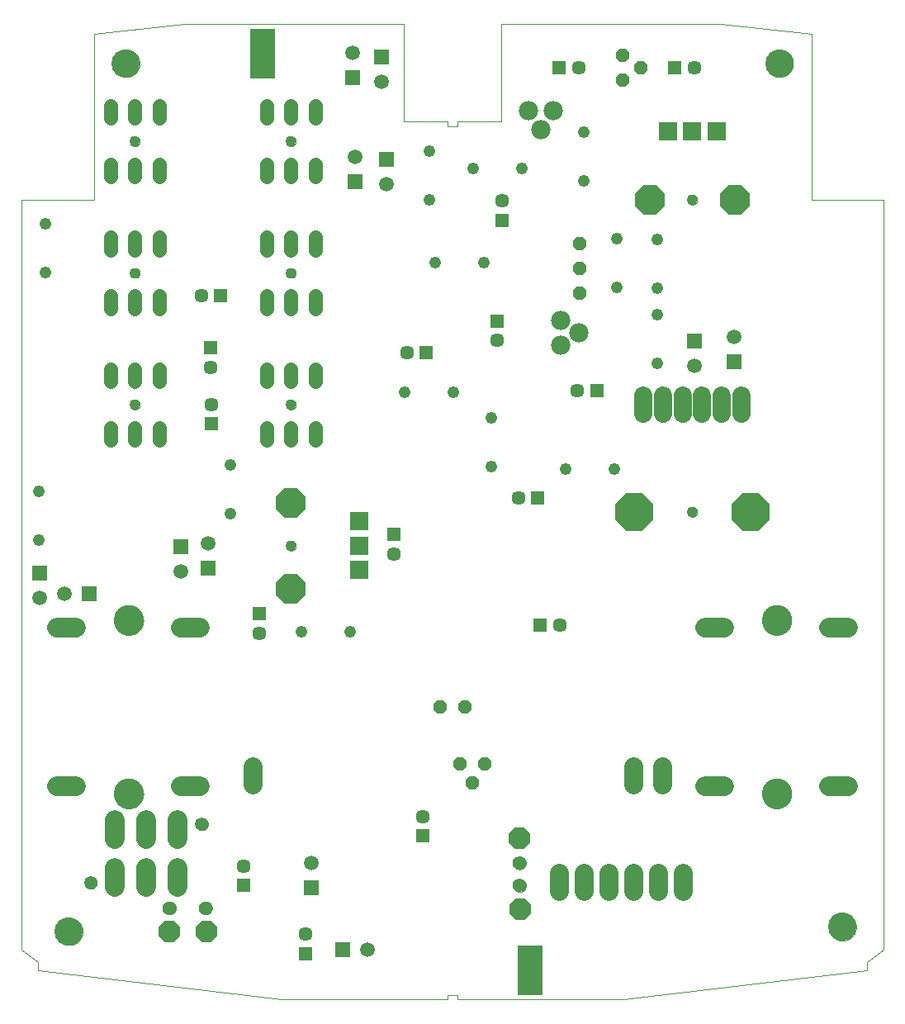
<source format=gbs>
G04 EAGLE Gerber RS-274X export*
G75*
%MOMM*%
%FSLAX34Y34*%
%LPD*%
%INSolder Mask bottom*%
%IPPOS*%
%AMOC8*
5,1,8,0,0,1.08239X$1,22.5*%
G01*
%ADD10C,0.000000*%
%ADD11C,1.244600*%
%ADD12R,1.451600X1.451600*%
%ADD13C,1.451600*%
%ADD14C,1.509600*%
%ADD15R,1.509600X1.509600*%
%ADD16C,1.422400*%
%ADD17C,1.101600*%
%ADD18C,2.051600*%
%ADD19C,3.101600*%
%ADD20P,1.539592X8X202.500000*%
%ADD21P,2.446851X8X112.500000*%
%ADD22C,1.981200*%
%ADD23P,1.539592X8X292.500000*%
%ADD24P,1.539592X8X112.500000*%
%ADD25R,1.981200X1.981200*%
%ADD26P,3.357141X8X112.500000*%
%ADD27P,3.357141X8X22.500000*%
%ADD28P,2.446851X8X22.500000*%
%ADD29P,2.446851X8X202.500000*%
%ADD30C,1.901600*%
%ADD31P,4.233877X8X22.500000*%
%ADD32C,1.981200*%
%ADD33C,1.351600*%
%ADD34C,2.901600*%
%ADD35R,2.641600X5.181600*%
%ADD36C,1.401600*%


D10*
X917000Y820000D02*
X843000Y820000D01*
X843000Y990000D01*
X750000Y1000000D01*
X525000Y1000000D01*
X525000Y900000D01*
X480000Y900000D01*
X480000Y895000D01*
X470000Y895000D01*
X470000Y900000D01*
X425000Y900000D01*
X425000Y1000000D01*
X200000Y1000000D01*
X107000Y990000D01*
X107000Y820000D01*
X33000Y820000D01*
X50000Y30000D02*
X300000Y0D01*
X470000Y0D01*
X470000Y5000D01*
X480000Y5000D01*
X480000Y0D01*
X650000Y0D01*
X900000Y30000D01*
X900000Y38900D01*
X917000Y50800D01*
X917000Y820000D01*
X33000Y820000D02*
X33100Y50800D01*
X50000Y38900D01*
X50000Y30000D01*
D11*
X369510Y377210D03*
X319510Y377210D03*
D12*
X525700Y799150D03*
D13*
X525700Y819150D03*
D12*
X520700Y695800D03*
D13*
X520700Y675800D03*
D12*
X227212Y668498D03*
D13*
X227212Y648498D03*
D12*
X622749Y624127D03*
D13*
X602749Y624127D03*
D12*
X448150Y663480D03*
D13*
X428150Y663480D03*
D11*
X514350Y596500D03*
X514350Y546500D03*
X247334Y497833D03*
X247334Y547833D03*
D12*
X227423Y590350D03*
D13*
X227423Y610350D03*
D12*
X562450Y514350D03*
D13*
X542450Y514350D03*
D12*
X564801Y384258D03*
D13*
X584801Y384258D03*
D11*
X50691Y471019D03*
X50691Y521019D03*
D12*
X237276Y722116D03*
D13*
X217276Y722116D03*
D11*
X591173Y543656D03*
X641173Y543656D03*
D12*
X414670Y477000D03*
D13*
X414670Y457000D03*
D12*
X276580Y395840D03*
D13*
X276580Y375840D03*
D11*
X684850Y652588D03*
X684850Y702588D03*
D12*
X323850Y47150D03*
D13*
X323850Y67150D03*
D12*
X444500Y167800D03*
D13*
X444500Y187800D03*
D12*
X260350Y117000D03*
D13*
X260350Y137000D03*
D11*
X57150Y745160D03*
X57150Y795160D03*
D12*
X702740Y955743D03*
D13*
X722740Y955743D03*
D12*
X584360Y955743D03*
D13*
X604360Y955743D03*
D11*
X609600Y839380D03*
X609600Y889380D03*
X545700Y851870D03*
X495700Y851870D03*
D14*
X387350Y50800D03*
D15*
X361950Y50800D03*
D14*
X330200Y139700D03*
D15*
X330200Y114300D03*
D16*
X334200Y708396D02*
X334200Y721604D01*
X309200Y721604D02*
X309200Y708396D01*
X284200Y708396D02*
X284200Y721604D01*
X284200Y768396D02*
X284200Y781604D01*
X309200Y781604D02*
X309200Y768396D01*
X334200Y768396D02*
X334200Y781604D01*
D10*
X304200Y745000D02*
X304202Y745141D01*
X304208Y745282D01*
X304218Y745422D01*
X304232Y745562D01*
X304250Y745702D01*
X304271Y745841D01*
X304297Y745980D01*
X304326Y746118D01*
X304360Y746254D01*
X304397Y746390D01*
X304438Y746525D01*
X304483Y746659D01*
X304532Y746791D01*
X304584Y746922D01*
X304640Y747051D01*
X304700Y747178D01*
X304763Y747304D01*
X304829Y747428D01*
X304900Y747551D01*
X304973Y747671D01*
X305050Y747789D01*
X305130Y747905D01*
X305214Y748018D01*
X305300Y748129D01*
X305390Y748238D01*
X305483Y748344D01*
X305578Y748447D01*
X305677Y748548D01*
X305778Y748646D01*
X305882Y748741D01*
X305989Y748833D01*
X306098Y748922D01*
X306210Y749007D01*
X306324Y749090D01*
X306440Y749170D01*
X306559Y749246D01*
X306680Y749318D01*
X306802Y749388D01*
X306927Y749453D01*
X307053Y749516D01*
X307181Y749574D01*
X307311Y749629D01*
X307442Y749681D01*
X307575Y749728D01*
X307709Y749772D01*
X307844Y749813D01*
X307980Y749849D01*
X308117Y749881D01*
X308255Y749910D01*
X308393Y749935D01*
X308533Y749955D01*
X308673Y749972D01*
X308813Y749985D01*
X308954Y749994D01*
X309094Y749999D01*
X309235Y750000D01*
X309376Y749997D01*
X309517Y749990D01*
X309657Y749979D01*
X309797Y749964D01*
X309937Y749945D01*
X310076Y749923D01*
X310214Y749896D01*
X310352Y749866D01*
X310488Y749831D01*
X310624Y749793D01*
X310758Y749751D01*
X310892Y749705D01*
X311024Y749656D01*
X311154Y749602D01*
X311283Y749545D01*
X311410Y749485D01*
X311536Y749421D01*
X311659Y749353D01*
X311781Y749282D01*
X311901Y749208D01*
X312018Y749130D01*
X312133Y749049D01*
X312246Y748965D01*
X312357Y748878D01*
X312465Y748787D01*
X312570Y748694D01*
X312673Y748597D01*
X312773Y748498D01*
X312870Y748396D01*
X312964Y748291D01*
X313055Y748184D01*
X313143Y748074D01*
X313228Y747962D01*
X313310Y747847D01*
X313389Y747730D01*
X313464Y747611D01*
X313536Y747490D01*
X313604Y747367D01*
X313669Y747242D01*
X313731Y747115D01*
X313788Y746986D01*
X313843Y746856D01*
X313893Y746725D01*
X313940Y746592D01*
X313983Y746458D01*
X314022Y746322D01*
X314057Y746186D01*
X314089Y746049D01*
X314116Y745911D01*
X314140Y745772D01*
X314160Y745632D01*
X314176Y745492D01*
X314188Y745352D01*
X314196Y745211D01*
X314200Y745070D01*
X314200Y744930D01*
X314196Y744789D01*
X314188Y744648D01*
X314176Y744508D01*
X314160Y744368D01*
X314140Y744228D01*
X314116Y744089D01*
X314089Y743951D01*
X314057Y743814D01*
X314022Y743678D01*
X313983Y743542D01*
X313940Y743408D01*
X313893Y743275D01*
X313843Y743144D01*
X313788Y743014D01*
X313731Y742885D01*
X313669Y742758D01*
X313604Y742633D01*
X313536Y742510D01*
X313464Y742389D01*
X313389Y742270D01*
X313310Y742153D01*
X313228Y742038D01*
X313143Y741926D01*
X313055Y741816D01*
X312964Y741709D01*
X312870Y741604D01*
X312773Y741502D01*
X312673Y741403D01*
X312570Y741306D01*
X312465Y741213D01*
X312357Y741122D01*
X312246Y741035D01*
X312133Y740951D01*
X312018Y740870D01*
X311901Y740792D01*
X311781Y740718D01*
X311659Y740647D01*
X311536Y740579D01*
X311410Y740515D01*
X311283Y740455D01*
X311154Y740398D01*
X311024Y740344D01*
X310892Y740295D01*
X310758Y740249D01*
X310624Y740207D01*
X310488Y740169D01*
X310352Y740134D01*
X310214Y740104D01*
X310076Y740077D01*
X309937Y740055D01*
X309797Y740036D01*
X309657Y740021D01*
X309517Y740010D01*
X309376Y740003D01*
X309235Y740000D01*
X309094Y740001D01*
X308954Y740006D01*
X308813Y740015D01*
X308673Y740028D01*
X308533Y740045D01*
X308393Y740065D01*
X308255Y740090D01*
X308117Y740119D01*
X307980Y740151D01*
X307844Y740187D01*
X307709Y740228D01*
X307575Y740272D01*
X307442Y740319D01*
X307311Y740371D01*
X307181Y740426D01*
X307053Y740484D01*
X306927Y740547D01*
X306802Y740612D01*
X306680Y740682D01*
X306559Y740754D01*
X306440Y740830D01*
X306324Y740910D01*
X306210Y740993D01*
X306098Y741078D01*
X305989Y741167D01*
X305882Y741259D01*
X305778Y741354D01*
X305677Y741452D01*
X305578Y741553D01*
X305483Y741656D01*
X305390Y741762D01*
X305300Y741871D01*
X305214Y741982D01*
X305130Y742095D01*
X305050Y742211D01*
X304973Y742329D01*
X304900Y742449D01*
X304829Y742572D01*
X304763Y742696D01*
X304700Y742822D01*
X304640Y742949D01*
X304584Y743078D01*
X304532Y743209D01*
X304483Y743341D01*
X304438Y743475D01*
X304397Y743610D01*
X304360Y743746D01*
X304326Y743882D01*
X304297Y744020D01*
X304271Y744159D01*
X304250Y744298D01*
X304232Y744438D01*
X304218Y744578D01*
X304208Y744718D01*
X304202Y744859D01*
X304200Y745000D01*
D17*
X309200Y745000D03*
D18*
X89050Y218850D02*
X69550Y218850D01*
X69550Y381150D02*
X89050Y381150D01*
X196550Y218850D02*
X216050Y218850D01*
X216050Y381150D02*
X196550Y381150D01*
D10*
X127800Y211100D02*
X127805Y211468D01*
X127818Y211836D01*
X127841Y212203D01*
X127872Y212570D01*
X127913Y212936D01*
X127962Y213301D01*
X128021Y213664D01*
X128088Y214026D01*
X128164Y214387D01*
X128250Y214745D01*
X128343Y215101D01*
X128446Y215454D01*
X128557Y215805D01*
X128677Y216153D01*
X128805Y216498D01*
X128942Y216840D01*
X129087Y217179D01*
X129240Y217513D01*
X129402Y217844D01*
X129571Y218171D01*
X129749Y218493D01*
X129934Y218812D01*
X130127Y219125D01*
X130328Y219434D01*
X130536Y219737D01*
X130752Y220035D01*
X130975Y220328D01*
X131205Y220616D01*
X131442Y220898D01*
X131686Y221173D01*
X131936Y221443D01*
X132193Y221707D01*
X132457Y221964D01*
X132727Y222214D01*
X133002Y222458D01*
X133284Y222695D01*
X133572Y222925D01*
X133865Y223148D01*
X134163Y223364D01*
X134466Y223572D01*
X134775Y223773D01*
X135088Y223966D01*
X135407Y224151D01*
X135729Y224329D01*
X136056Y224498D01*
X136387Y224660D01*
X136721Y224813D01*
X137060Y224958D01*
X137402Y225095D01*
X137747Y225223D01*
X138095Y225343D01*
X138446Y225454D01*
X138799Y225557D01*
X139155Y225650D01*
X139513Y225736D01*
X139874Y225812D01*
X140236Y225879D01*
X140599Y225938D01*
X140964Y225987D01*
X141330Y226028D01*
X141697Y226059D01*
X142064Y226082D01*
X142432Y226095D01*
X142800Y226100D01*
X143168Y226095D01*
X143536Y226082D01*
X143903Y226059D01*
X144270Y226028D01*
X144636Y225987D01*
X145001Y225938D01*
X145364Y225879D01*
X145726Y225812D01*
X146087Y225736D01*
X146445Y225650D01*
X146801Y225557D01*
X147154Y225454D01*
X147505Y225343D01*
X147853Y225223D01*
X148198Y225095D01*
X148540Y224958D01*
X148879Y224813D01*
X149213Y224660D01*
X149544Y224498D01*
X149871Y224329D01*
X150193Y224151D01*
X150512Y223966D01*
X150825Y223773D01*
X151134Y223572D01*
X151437Y223364D01*
X151735Y223148D01*
X152028Y222925D01*
X152316Y222695D01*
X152598Y222458D01*
X152873Y222214D01*
X153143Y221964D01*
X153407Y221707D01*
X153664Y221443D01*
X153914Y221173D01*
X154158Y220898D01*
X154395Y220616D01*
X154625Y220328D01*
X154848Y220035D01*
X155064Y219737D01*
X155272Y219434D01*
X155473Y219125D01*
X155666Y218812D01*
X155851Y218493D01*
X156029Y218171D01*
X156198Y217844D01*
X156360Y217513D01*
X156513Y217179D01*
X156658Y216840D01*
X156795Y216498D01*
X156923Y216153D01*
X157043Y215805D01*
X157154Y215454D01*
X157257Y215101D01*
X157350Y214745D01*
X157436Y214387D01*
X157512Y214026D01*
X157579Y213664D01*
X157638Y213301D01*
X157687Y212936D01*
X157728Y212570D01*
X157759Y212203D01*
X157782Y211836D01*
X157795Y211468D01*
X157800Y211100D01*
X157795Y210732D01*
X157782Y210364D01*
X157759Y209997D01*
X157728Y209630D01*
X157687Y209264D01*
X157638Y208899D01*
X157579Y208536D01*
X157512Y208174D01*
X157436Y207813D01*
X157350Y207455D01*
X157257Y207099D01*
X157154Y206746D01*
X157043Y206395D01*
X156923Y206047D01*
X156795Y205702D01*
X156658Y205360D01*
X156513Y205021D01*
X156360Y204687D01*
X156198Y204356D01*
X156029Y204029D01*
X155851Y203707D01*
X155666Y203388D01*
X155473Y203075D01*
X155272Y202766D01*
X155064Y202463D01*
X154848Y202165D01*
X154625Y201872D01*
X154395Y201584D01*
X154158Y201302D01*
X153914Y201027D01*
X153664Y200757D01*
X153407Y200493D01*
X153143Y200236D01*
X152873Y199986D01*
X152598Y199742D01*
X152316Y199505D01*
X152028Y199275D01*
X151735Y199052D01*
X151437Y198836D01*
X151134Y198628D01*
X150825Y198427D01*
X150512Y198234D01*
X150193Y198049D01*
X149871Y197871D01*
X149544Y197702D01*
X149213Y197540D01*
X148879Y197387D01*
X148540Y197242D01*
X148198Y197105D01*
X147853Y196977D01*
X147505Y196857D01*
X147154Y196746D01*
X146801Y196643D01*
X146445Y196550D01*
X146087Y196464D01*
X145726Y196388D01*
X145364Y196321D01*
X145001Y196262D01*
X144636Y196213D01*
X144270Y196172D01*
X143903Y196141D01*
X143536Y196118D01*
X143168Y196105D01*
X142800Y196100D01*
X142432Y196105D01*
X142064Y196118D01*
X141697Y196141D01*
X141330Y196172D01*
X140964Y196213D01*
X140599Y196262D01*
X140236Y196321D01*
X139874Y196388D01*
X139513Y196464D01*
X139155Y196550D01*
X138799Y196643D01*
X138446Y196746D01*
X138095Y196857D01*
X137747Y196977D01*
X137402Y197105D01*
X137060Y197242D01*
X136721Y197387D01*
X136387Y197540D01*
X136056Y197702D01*
X135729Y197871D01*
X135407Y198049D01*
X135088Y198234D01*
X134775Y198427D01*
X134466Y198628D01*
X134163Y198836D01*
X133865Y199052D01*
X133572Y199275D01*
X133284Y199505D01*
X133002Y199742D01*
X132727Y199986D01*
X132457Y200236D01*
X132193Y200493D01*
X131936Y200757D01*
X131686Y201027D01*
X131442Y201302D01*
X131205Y201584D01*
X130975Y201872D01*
X130752Y202165D01*
X130536Y202463D01*
X130328Y202766D01*
X130127Y203075D01*
X129934Y203388D01*
X129749Y203707D01*
X129571Y204029D01*
X129402Y204356D01*
X129240Y204687D01*
X129087Y205021D01*
X128942Y205360D01*
X128805Y205702D01*
X128677Y206047D01*
X128557Y206395D01*
X128446Y206746D01*
X128343Y207099D01*
X128250Y207455D01*
X128164Y207813D01*
X128088Y208174D01*
X128021Y208536D01*
X127962Y208899D01*
X127913Y209264D01*
X127872Y209630D01*
X127841Y209997D01*
X127818Y210364D01*
X127805Y210732D01*
X127800Y211100D01*
D19*
X142800Y211100D03*
D10*
X127800Y388900D02*
X127805Y389268D01*
X127818Y389636D01*
X127841Y390003D01*
X127872Y390370D01*
X127913Y390736D01*
X127962Y391101D01*
X128021Y391464D01*
X128088Y391826D01*
X128164Y392187D01*
X128250Y392545D01*
X128343Y392901D01*
X128446Y393254D01*
X128557Y393605D01*
X128677Y393953D01*
X128805Y394298D01*
X128942Y394640D01*
X129087Y394979D01*
X129240Y395313D01*
X129402Y395644D01*
X129571Y395971D01*
X129749Y396293D01*
X129934Y396612D01*
X130127Y396925D01*
X130328Y397234D01*
X130536Y397537D01*
X130752Y397835D01*
X130975Y398128D01*
X131205Y398416D01*
X131442Y398698D01*
X131686Y398973D01*
X131936Y399243D01*
X132193Y399507D01*
X132457Y399764D01*
X132727Y400014D01*
X133002Y400258D01*
X133284Y400495D01*
X133572Y400725D01*
X133865Y400948D01*
X134163Y401164D01*
X134466Y401372D01*
X134775Y401573D01*
X135088Y401766D01*
X135407Y401951D01*
X135729Y402129D01*
X136056Y402298D01*
X136387Y402460D01*
X136721Y402613D01*
X137060Y402758D01*
X137402Y402895D01*
X137747Y403023D01*
X138095Y403143D01*
X138446Y403254D01*
X138799Y403357D01*
X139155Y403450D01*
X139513Y403536D01*
X139874Y403612D01*
X140236Y403679D01*
X140599Y403738D01*
X140964Y403787D01*
X141330Y403828D01*
X141697Y403859D01*
X142064Y403882D01*
X142432Y403895D01*
X142800Y403900D01*
X143168Y403895D01*
X143536Y403882D01*
X143903Y403859D01*
X144270Y403828D01*
X144636Y403787D01*
X145001Y403738D01*
X145364Y403679D01*
X145726Y403612D01*
X146087Y403536D01*
X146445Y403450D01*
X146801Y403357D01*
X147154Y403254D01*
X147505Y403143D01*
X147853Y403023D01*
X148198Y402895D01*
X148540Y402758D01*
X148879Y402613D01*
X149213Y402460D01*
X149544Y402298D01*
X149871Y402129D01*
X150193Y401951D01*
X150512Y401766D01*
X150825Y401573D01*
X151134Y401372D01*
X151437Y401164D01*
X151735Y400948D01*
X152028Y400725D01*
X152316Y400495D01*
X152598Y400258D01*
X152873Y400014D01*
X153143Y399764D01*
X153407Y399507D01*
X153664Y399243D01*
X153914Y398973D01*
X154158Y398698D01*
X154395Y398416D01*
X154625Y398128D01*
X154848Y397835D01*
X155064Y397537D01*
X155272Y397234D01*
X155473Y396925D01*
X155666Y396612D01*
X155851Y396293D01*
X156029Y395971D01*
X156198Y395644D01*
X156360Y395313D01*
X156513Y394979D01*
X156658Y394640D01*
X156795Y394298D01*
X156923Y393953D01*
X157043Y393605D01*
X157154Y393254D01*
X157257Y392901D01*
X157350Y392545D01*
X157436Y392187D01*
X157512Y391826D01*
X157579Y391464D01*
X157638Y391101D01*
X157687Y390736D01*
X157728Y390370D01*
X157759Y390003D01*
X157782Y389636D01*
X157795Y389268D01*
X157800Y388900D01*
X157795Y388532D01*
X157782Y388164D01*
X157759Y387797D01*
X157728Y387430D01*
X157687Y387064D01*
X157638Y386699D01*
X157579Y386336D01*
X157512Y385974D01*
X157436Y385613D01*
X157350Y385255D01*
X157257Y384899D01*
X157154Y384546D01*
X157043Y384195D01*
X156923Y383847D01*
X156795Y383502D01*
X156658Y383160D01*
X156513Y382821D01*
X156360Y382487D01*
X156198Y382156D01*
X156029Y381829D01*
X155851Y381507D01*
X155666Y381188D01*
X155473Y380875D01*
X155272Y380566D01*
X155064Y380263D01*
X154848Y379965D01*
X154625Y379672D01*
X154395Y379384D01*
X154158Y379102D01*
X153914Y378827D01*
X153664Y378557D01*
X153407Y378293D01*
X153143Y378036D01*
X152873Y377786D01*
X152598Y377542D01*
X152316Y377305D01*
X152028Y377075D01*
X151735Y376852D01*
X151437Y376636D01*
X151134Y376428D01*
X150825Y376227D01*
X150512Y376034D01*
X150193Y375849D01*
X149871Y375671D01*
X149544Y375502D01*
X149213Y375340D01*
X148879Y375187D01*
X148540Y375042D01*
X148198Y374905D01*
X147853Y374777D01*
X147505Y374657D01*
X147154Y374546D01*
X146801Y374443D01*
X146445Y374350D01*
X146087Y374264D01*
X145726Y374188D01*
X145364Y374121D01*
X145001Y374062D01*
X144636Y374013D01*
X144270Y373972D01*
X143903Y373941D01*
X143536Y373918D01*
X143168Y373905D01*
X142800Y373900D01*
X142432Y373905D01*
X142064Y373918D01*
X141697Y373941D01*
X141330Y373972D01*
X140964Y374013D01*
X140599Y374062D01*
X140236Y374121D01*
X139874Y374188D01*
X139513Y374264D01*
X139155Y374350D01*
X138799Y374443D01*
X138446Y374546D01*
X138095Y374657D01*
X137747Y374777D01*
X137402Y374905D01*
X137060Y375042D01*
X136721Y375187D01*
X136387Y375340D01*
X136056Y375502D01*
X135729Y375671D01*
X135407Y375849D01*
X135088Y376034D01*
X134775Y376227D01*
X134466Y376428D01*
X134163Y376636D01*
X133865Y376852D01*
X133572Y377075D01*
X133284Y377305D01*
X133002Y377542D01*
X132727Y377786D01*
X132457Y378036D01*
X132193Y378293D01*
X131936Y378557D01*
X131686Y378827D01*
X131442Y379102D01*
X131205Y379384D01*
X130975Y379672D01*
X130752Y379965D01*
X130536Y380263D01*
X130328Y380566D01*
X130127Y380875D01*
X129934Y381188D01*
X129749Y381507D01*
X129571Y381829D01*
X129402Y382156D01*
X129240Y382487D01*
X129087Y382821D01*
X128942Y383160D01*
X128805Y383502D01*
X128677Y383847D01*
X128557Y384195D01*
X128446Y384546D01*
X128343Y384899D01*
X128250Y385255D01*
X128164Y385613D01*
X128088Y385974D01*
X128021Y386336D01*
X127962Y386699D01*
X127913Y387064D01*
X127872Y387430D01*
X127841Y387797D01*
X127818Y388164D01*
X127805Y388532D01*
X127800Y388900D01*
D19*
X142800Y388900D03*
D20*
X487700Y300000D03*
X462300Y300000D03*
D21*
X543560Y165100D03*
X544560Y92280D03*
D16*
X334200Y843396D02*
X334200Y856604D01*
X309200Y856604D02*
X309200Y843396D01*
X284200Y843396D02*
X284200Y856604D01*
X284200Y903396D02*
X284200Y916604D01*
X309200Y916604D02*
X309200Y903396D01*
X334200Y903396D02*
X334200Y916604D01*
D10*
X304200Y880000D02*
X304202Y880141D01*
X304208Y880282D01*
X304218Y880422D01*
X304232Y880562D01*
X304250Y880702D01*
X304271Y880841D01*
X304297Y880980D01*
X304326Y881118D01*
X304360Y881254D01*
X304397Y881390D01*
X304438Y881525D01*
X304483Y881659D01*
X304532Y881791D01*
X304584Y881922D01*
X304640Y882051D01*
X304700Y882178D01*
X304763Y882304D01*
X304829Y882428D01*
X304900Y882551D01*
X304973Y882671D01*
X305050Y882789D01*
X305130Y882905D01*
X305214Y883018D01*
X305300Y883129D01*
X305390Y883238D01*
X305483Y883344D01*
X305578Y883447D01*
X305677Y883548D01*
X305778Y883646D01*
X305882Y883741D01*
X305989Y883833D01*
X306098Y883922D01*
X306210Y884007D01*
X306324Y884090D01*
X306440Y884170D01*
X306559Y884246D01*
X306680Y884318D01*
X306802Y884388D01*
X306927Y884453D01*
X307053Y884516D01*
X307181Y884574D01*
X307311Y884629D01*
X307442Y884681D01*
X307575Y884728D01*
X307709Y884772D01*
X307844Y884813D01*
X307980Y884849D01*
X308117Y884881D01*
X308255Y884910D01*
X308393Y884935D01*
X308533Y884955D01*
X308673Y884972D01*
X308813Y884985D01*
X308954Y884994D01*
X309094Y884999D01*
X309235Y885000D01*
X309376Y884997D01*
X309517Y884990D01*
X309657Y884979D01*
X309797Y884964D01*
X309937Y884945D01*
X310076Y884923D01*
X310214Y884896D01*
X310352Y884866D01*
X310488Y884831D01*
X310624Y884793D01*
X310758Y884751D01*
X310892Y884705D01*
X311024Y884656D01*
X311154Y884602D01*
X311283Y884545D01*
X311410Y884485D01*
X311536Y884421D01*
X311659Y884353D01*
X311781Y884282D01*
X311901Y884208D01*
X312018Y884130D01*
X312133Y884049D01*
X312246Y883965D01*
X312357Y883878D01*
X312465Y883787D01*
X312570Y883694D01*
X312673Y883597D01*
X312773Y883498D01*
X312870Y883396D01*
X312964Y883291D01*
X313055Y883184D01*
X313143Y883074D01*
X313228Y882962D01*
X313310Y882847D01*
X313389Y882730D01*
X313464Y882611D01*
X313536Y882490D01*
X313604Y882367D01*
X313669Y882242D01*
X313731Y882115D01*
X313788Y881986D01*
X313843Y881856D01*
X313893Y881725D01*
X313940Y881592D01*
X313983Y881458D01*
X314022Y881322D01*
X314057Y881186D01*
X314089Y881049D01*
X314116Y880911D01*
X314140Y880772D01*
X314160Y880632D01*
X314176Y880492D01*
X314188Y880352D01*
X314196Y880211D01*
X314200Y880070D01*
X314200Y879930D01*
X314196Y879789D01*
X314188Y879648D01*
X314176Y879508D01*
X314160Y879368D01*
X314140Y879228D01*
X314116Y879089D01*
X314089Y878951D01*
X314057Y878814D01*
X314022Y878678D01*
X313983Y878542D01*
X313940Y878408D01*
X313893Y878275D01*
X313843Y878144D01*
X313788Y878014D01*
X313731Y877885D01*
X313669Y877758D01*
X313604Y877633D01*
X313536Y877510D01*
X313464Y877389D01*
X313389Y877270D01*
X313310Y877153D01*
X313228Y877038D01*
X313143Y876926D01*
X313055Y876816D01*
X312964Y876709D01*
X312870Y876604D01*
X312773Y876502D01*
X312673Y876403D01*
X312570Y876306D01*
X312465Y876213D01*
X312357Y876122D01*
X312246Y876035D01*
X312133Y875951D01*
X312018Y875870D01*
X311901Y875792D01*
X311781Y875718D01*
X311659Y875647D01*
X311536Y875579D01*
X311410Y875515D01*
X311283Y875455D01*
X311154Y875398D01*
X311024Y875344D01*
X310892Y875295D01*
X310758Y875249D01*
X310624Y875207D01*
X310488Y875169D01*
X310352Y875134D01*
X310214Y875104D01*
X310076Y875077D01*
X309937Y875055D01*
X309797Y875036D01*
X309657Y875021D01*
X309517Y875010D01*
X309376Y875003D01*
X309235Y875000D01*
X309094Y875001D01*
X308954Y875006D01*
X308813Y875015D01*
X308673Y875028D01*
X308533Y875045D01*
X308393Y875065D01*
X308255Y875090D01*
X308117Y875119D01*
X307980Y875151D01*
X307844Y875187D01*
X307709Y875228D01*
X307575Y875272D01*
X307442Y875319D01*
X307311Y875371D01*
X307181Y875426D01*
X307053Y875484D01*
X306927Y875547D01*
X306802Y875612D01*
X306680Y875682D01*
X306559Y875754D01*
X306440Y875830D01*
X306324Y875910D01*
X306210Y875993D01*
X306098Y876078D01*
X305989Y876167D01*
X305882Y876259D01*
X305778Y876354D01*
X305677Y876452D01*
X305578Y876553D01*
X305483Y876656D01*
X305390Y876762D01*
X305300Y876871D01*
X305214Y876982D01*
X305130Y877095D01*
X305050Y877211D01*
X304973Y877329D01*
X304900Y877449D01*
X304829Y877572D01*
X304763Y877696D01*
X304700Y877822D01*
X304640Y877949D01*
X304584Y878078D01*
X304532Y878209D01*
X304483Y878341D01*
X304438Y878475D01*
X304397Y878610D01*
X304360Y878746D01*
X304326Y878882D01*
X304297Y879020D01*
X304271Y879159D01*
X304250Y879298D01*
X304232Y879438D01*
X304218Y879578D01*
X304208Y879718D01*
X304202Y879859D01*
X304200Y880000D01*
D17*
X309200Y880000D03*
D16*
X124200Y903396D02*
X124200Y916604D01*
X149200Y916604D02*
X149200Y903396D01*
X174200Y903396D02*
X174200Y916604D01*
X174200Y856604D02*
X174200Y843396D01*
X149200Y843396D02*
X149200Y856604D01*
X124200Y856604D02*
X124200Y843396D01*
D10*
X144200Y880000D02*
X144202Y880141D01*
X144208Y880282D01*
X144218Y880422D01*
X144232Y880562D01*
X144250Y880702D01*
X144271Y880841D01*
X144297Y880980D01*
X144326Y881118D01*
X144360Y881254D01*
X144397Y881390D01*
X144438Y881525D01*
X144483Y881659D01*
X144532Y881791D01*
X144584Y881922D01*
X144640Y882051D01*
X144700Y882178D01*
X144763Y882304D01*
X144829Y882428D01*
X144900Y882551D01*
X144973Y882671D01*
X145050Y882789D01*
X145130Y882905D01*
X145214Y883018D01*
X145300Y883129D01*
X145390Y883238D01*
X145483Y883344D01*
X145578Y883447D01*
X145677Y883548D01*
X145778Y883646D01*
X145882Y883741D01*
X145989Y883833D01*
X146098Y883922D01*
X146210Y884007D01*
X146324Y884090D01*
X146440Y884170D01*
X146559Y884246D01*
X146680Y884318D01*
X146802Y884388D01*
X146927Y884453D01*
X147053Y884516D01*
X147181Y884574D01*
X147311Y884629D01*
X147442Y884681D01*
X147575Y884728D01*
X147709Y884772D01*
X147844Y884813D01*
X147980Y884849D01*
X148117Y884881D01*
X148255Y884910D01*
X148393Y884935D01*
X148533Y884955D01*
X148673Y884972D01*
X148813Y884985D01*
X148954Y884994D01*
X149094Y884999D01*
X149235Y885000D01*
X149376Y884997D01*
X149517Y884990D01*
X149657Y884979D01*
X149797Y884964D01*
X149937Y884945D01*
X150076Y884923D01*
X150214Y884896D01*
X150352Y884866D01*
X150488Y884831D01*
X150624Y884793D01*
X150758Y884751D01*
X150892Y884705D01*
X151024Y884656D01*
X151154Y884602D01*
X151283Y884545D01*
X151410Y884485D01*
X151536Y884421D01*
X151659Y884353D01*
X151781Y884282D01*
X151901Y884208D01*
X152018Y884130D01*
X152133Y884049D01*
X152246Y883965D01*
X152357Y883878D01*
X152465Y883787D01*
X152570Y883694D01*
X152673Y883597D01*
X152773Y883498D01*
X152870Y883396D01*
X152964Y883291D01*
X153055Y883184D01*
X153143Y883074D01*
X153228Y882962D01*
X153310Y882847D01*
X153389Y882730D01*
X153464Y882611D01*
X153536Y882490D01*
X153604Y882367D01*
X153669Y882242D01*
X153731Y882115D01*
X153788Y881986D01*
X153843Y881856D01*
X153893Y881725D01*
X153940Y881592D01*
X153983Y881458D01*
X154022Y881322D01*
X154057Y881186D01*
X154089Y881049D01*
X154116Y880911D01*
X154140Y880772D01*
X154160Y880632D01*
X154176Y880492D01*
X154188Y880352D01*
X154196Y880211D01*
X154200Y880070D01*
X154200Y879930D01*
X154196Y879789D01*
X154188Y879648D01*
X154176Y879508D01*
X154160Y879368D01*
X154140Y879228D01*
X154116Y879089D01*
X154089Y878951D01*
X154057Y878814D01*
X154022Y878678D01*
X153983Y878542D01*
X153940Y878408D01*
X153893Y878275D01*
X153843Y878144D01*
X153788Y878014D01*
X153731Y877885D01*
X153669Y877758D01*
X153604Y877633D01*
X153536Y877510D01*
X153464Y877389D01*
X153389Y877270D01*
X153310Y877153D01*
X153228Y877038D01*
X153143Y876926D01*
X153055Y876816D01*
X152964Y876709D01*
X152870Y876604D01*
X152773Y876502D01*
X152673Y876403D01*
X152570Y876306D01*
X152465Y876213D01*
X152357Y876122D01*
X152246Y876035D01*
X152133Y875951D01*
X152018Y875870D01*
X151901Y875792D01*
X151781Y875718D01*
X151659Y875647D01*
X151536Y875579D01*
X151410Y875515D01*
X151283Y875455D01*
X151154Y875398D01*
X151024Y875344D01*
X150892Y875295D01*
X150758Y875249D01*
X150624Y875207D01*
X150488Y875169D01*
X150352Y875134D01*
X150214Y875104D01*
X150076Y875077D01*
X149937Y875055D01*
X149797Y875036D01*
X149657Y875021D01*
X149517Y875010D01*
X149376Y875003D01*
X149235Y875000D01*
X149094Y875001D01*
X148954Y875006D01*
X148813Y875015D01*
X148673Y875028D01*
X148533Y875045D01*
X148393Y875065D01*
X148255Y875090D01*
X148117Y875119D01*
X147980Y875151D01*
X147844Y875187D01*
X147709Y875228D01*
X147575Y875272D01*
X147442Y875319D01*
X147311Y875371D01*
X147181Y875426D01*
X147053Y875484D01*
X146927Y875547D01*
X146802Y875612D01*
X146680Y875682D01*
X146559Y875754D01*
X146440Y875830D01*
X146324Y875910D01*
X146210Y875993D01*
X146098Y876078D01*
X145989Y876167D01*
X145882Y876259D01*
X145778Y876354D01*
X145677Y876452D01*
X145578Y876553D01*
X145483Y876656D01*
X145390Y876762D01*
X145300Y876871D01*
X145214Y876982D01*
X145130Y877095D01*
X145050Y877211D01*
X144973Y877329D01*
X144900Y877449D01*
X144829Y877572D01*
X144763Y877696D01*
X144700Y877822D01*
X144640Y877949D01*
X144584Y878078D01*
X144532Y878209D01*
X144483Y878341D01*
X144438Y878475D01*
X144397Y878610D01*
X144360Y878746D01*
X144326Y878882D01*
X144297Y879020D01*
X144271Y879159D01*
X144250Y879298D01*
X144232Y879438D01*
X144218Y879578D01*
X144208Y879718D01*
X144202Y879859D01*
X144200Y880000D01*
D17*
X149200Y880000D03*
D18*
X861050Y381150D02*
X880550Y381150D01*
X880550Y218850D02*
X861050Y218850D01*
X753550Y381150D02*
X734050Y381150D01*
X734050Y218850D02*
X753550Y218850D01*
D10*
X792300Y388900D02*
X792305Y389268D01*
X792318Y389636D01*
X792341Y390003D01*
X792372Y390370D01*
X792413Y390736D01*
X792462Y391101D01*
X792521Y391464D01*
X792588Y391826D01*
X792664Y392187D01*
X792750Y392545D01*
X792843Y392901D01*
X792946Y393254D01*
X793057Y393605D01*
X793177Y393953D01*
X793305Y394298D01*
X793442Y394640D01*
X793587Y394979D01*
X793740Y395313D01*
X793902Y395644D01*
X794071Y395971D01*
X794249Y396293D01*
X794434Y396612D01*
X794627Y396925D01*
X794828Y397234D01*
X795036Y397537D01*
X795252Y397835D01*
X795475Y398128D01*
X795705Y398416D01*
X795942Y398698D01*
X796186Y398973D01*
X796436Y399243D01*
X796693Y399507D01*
X796957Y399764D01*
X797227Y400014D01*
X797502Y400258D01*
X797784Y400495D01*
X798072Y400725D01*
X798365Y400948D01*
X798663Y401164D01*
X798966Y401372D01*
X799275Y401573D01*
X799588Y401766D01*
X799907Y401951D01*
X800229Y402129D01*
X800556Y402298D01*
X800887Y402460D01*
X801221Y402613D01*
X801560Y402758D01*
X801902Y402895D01*
X802247Y403023D01*
X802595Y403143D01*
X802946Y403254D01*
X803299Y403357D01*
X803655Y403450D01*
X804013Y403536D01*
X804374Y403612D01*
X804736Y403679D01*
X805099Y403738D01*
X805464Y403787D01*
X805830Y403828D01*
X806197Y403859D01*
X806564Y403882D01*
X806932Y403895D01*
X807300Y403900D01*
X807668Y403895D01*
X808036Y403882D01*
X808403Y403859D01*
X808770Y403828D01*
X809136Y403787D01*
X809501Y403738D01*
X809864Y403679D01*
X810226Y403612D01*
X810587Y403536D01*
X810945Y403450D01*
X811301Y403357D01*
X811654Y403254D01*
X812005Y403143D01*
X812353Y403023D01*
X812698Y402895D01*
X813040Y402758D01*
X813379Y402613D01*
X813713Y402460D01*
X814044Y402298D01*
X814371Y402129D01*
X814693Y401951D01*
X815012Y401766D01*
X815325Y401573D01*
X815634Y401372D01*
X815937Y401164D01*
X816235Y400948D01*
X816528Y400725D01*
X816816Y400495D01*
X817098Y400258D01*
X817373Y400014D01*
X817643Y399764D01*
X817907Y399507D01*
X818164Y399243D01*
X818414Y398973D01*
X818658Y398698D01*
X818895Y398416D01*
X819125Y398128D01*
X819348Y397835D01*
X819564Y397537D01*
X819772Y397234D01*
X819973Y396925D01*
X820166Y396612D01*
X820351Y396293D01*
X820529Y395971D01*
X820698Y395644D01*
X820860Y395313D01*
X821013Y394979D01*
X821158Y394640D01*
X821295Y394298D01*
X821423Y393953D01*
X821543Y393605D01*
X821654Y393254D01*
X821757Y392901D01*
X821850Y392545D01*
X821936Y392187D01*
X822012Y391826D01*
X822079Y391464D01*
X822138Y391101D01*
X822187Y390736D01*
X822228Y390370D01*
X822259Y390003D01*
X822282Y389636D01*
X822295Y389268D01*
X822300Y388900D01*
X822295Y388532D01*
X822282Y388164D01*
X822259Y387797D01*
X822228Y387430D01*
X822187Y387064D01*
X822138Y386699D01*
X822079Y386336D01*
X822012Y385974D01*
X821936Y385613D01*
X821850Y385255D01*
X821757Y384899D01*
X821654Y384546D01*
X821543Y384195D01*
X821423Y383847D01*
X821295Y383502D01*
X821158Y383160D01*
X821013Y382821D01*
X820860Y382487D01*
X820698Y382156D01*
X820529Y381829D01*
X820351Y381507D01*
X820166Y381188D01*
X819973Y380875D01*
X819772Y380566D01*
X819564Y380263D01*
X819348Y379965D01*
X819125Y379672D01*
X818895Y379384D01*
X818658Y379102D01*
X818414Y378827D01*
X818164Y378557D01*
X817907Y378293D01*
X817643Y378036D01*
X817373Y377786D01*
X817098Y377542D01*
X816816Y377305D01*
X816528Y377075D01*
X816235Y376852D01*
X815937Y376636D01*
X815634Y376428D01*
X815325Y376227D01*
X815012Y376034D01*
X814693Y375849D01*
X814371Y375671D01*
X814044Y375502D01*
X813713Y375340D01*
X813379Y375187D01*
X813040Y375042D01*
X812698Y374905D01*
X812353Y374777D01*
X812005Y374657D01*
X811654Y374546D01*
X811301Y374443D01*
X810945Y374350D01*
X810587Y374264D01*
X810226Y374188D01*
X809864Y374121D01*
X809501Y374062D01*
X809136Y374013D01*
X808770Y373972D01*
X808403Y373941D01*
X808036Y373918D01*
X807668Y373905D01*
X807300Y373900D01*
X806932Y373905D01*
X806564Y373918D01*
X806197Y373941D01*
X805830Y373972D01*
X805464Y374013D01*
X805099Y374062D01*
X804736Y374121D01*
X804374Y374188D01*
X804013Y374264D01*
X803655Y374350D01*
X803299Y374443D01*
X802946Y374546D01*
X802595Y374657D01*
X802247Y374777D01*
X801902Y374905D01*
X801560Y375042D01*
X801221Y375187D01*
X800887Y375340D01*
X800556Y375502D01*
X800229Y375671D01*
X799907Y375849D01*
X799588Y376034D01*
X799275Y376227D01*
X798966Y376428D01*
X798663Y376636D01*
X798365Y376852D01*
X798072Y377075D01*
X797784Y377305D01*
X797502Y377542D01*
X797227Y377786D01*
X796957Y378036D01*
X796693Y378293D01*
X796436Y378557D01*
X796186Y378827D01*
X795942Y379102D01*
X795705Y379384D01*
X795475Y379672D01*
X795252Y379965D01*
X795036Y380263D01*
X794828Y380566D01*
X794627Y380875D01*
X794434Y381188D01*
X794249Y381507D01*
X794071Y381829D01*
X793902Y382156D01*
X793740Y382487D01*
X793587Y382821D01*
X793442Y383160D01*
X793305Y383502D01*
X793177Y383847D01*
X793057Y384195D01*
X792946Y384546D01*
X792843Y384899D01*
X792750Y385255D01*
X792664Y385613D01*
X792588Y385974D01*
X792521Y386336D01*
X792462Y386699D01*
X792413Y387064D01*
X792372Y387430D01*
X792341Y387797D01*
X792318Y388164D01*
X792305Y388532D01*
X792300Y388900D01*
D19*
X807300Y388900D03*
D10*
X792300Y211100D02*
X792305Y211468D01*
X792318Y211836D01*
X792341Y212203D01*
X792372Y212570D01*
X792413Y212936D01*
X792462Y213301D01*
X792521Y213664D01*
X792588Y214026D01*
X792664Y214387D01*
X792750Y214745D01*
X792843Y215101D01*
X792946Y215454D01*
X793057Y215805D01*
X793177Y216153D01*
X793305Y216498D01*
X793442Y216840D01*
X793587Y217179D01*
X793740Y217513D01*
X793902Y217844D01*
X794071Y218171D01*
X794249Y218493D01*
X794434Y218812D01*
X794627Y219125D01*
X794828Y219434D01*
X795036Y219737D01*
X795252Y220035D01*
X795475Y220328D01*
X795705Y220616D01*
X795942Y220898D01*
X796186Y221173D01*
X796436Y221443D01*
X796693Y221707D01*
X796957Y221964D01*
X797227Y222214D01*
X797502Y222458D01*
X797784Y222695D01*
X798072Y222925D01*
X798365Y223148D01*
X798663Y223364D01*
X798966Y223572D01*
X799275Y223773D01*
X799588Y223966D01*
X799907Y224151D01*
X800229Y224329D01*
X800556Y224498D01*
X800887Y224660D01*
X801221Y224813D01*
X801560Y224958D01*
X801902Y225095D01*
X802247Y225223D01*
X802595Y225343D01*
X802946Y225454D01*
X803299Y225557D01*
X803655Y225650D01*
X804013Y225736D01*
X804374Y225812D01*
X804736Y225879D01*
X805099Y225938D01*
X805464Y225987D01*
X805830Y226028D01*
X806197Y226059D01*
X806564Y226082D01*
X806932Y226095D01*
X807300Y226100D01*
X807668Y226095D01*
X808036Y226082D01*
X808403Y226059D01*
X808770Y226028D01*
X809136Y225987D01*
X809501Y225938D01*
X809864Y225879D01*
X810226Y225812D01*
X810587Y225736D01*
X810945Y225650D01*
X811301Y225557D01*
X811654Y225454D01*
X812005Y225343D01*
X812353Y225223D01*
X812698Y225095D01*
X813040Y224958D01*
X813379Y224813D01*
X813713Y224660D01*
X814044Y224498D01*
X814371Y224329D01*
X814693Y224151D01*
X815012Y223966D01*
X815325Y223773D01*
X815634Y223572D01*
X815937Y223364D01*
X816235Y223148D01*
X816528Y222925D01*
X816816Y222695D01*
X817098Y222458D01*
X817373Y222214D01*
X817643Y221964D01*
X817907Y221707D01*
X818164Y221443D01*
X818414Y221173D01*
X818658Y220898D01*
X818895Y220616D01*
X819125Y220328D01*
X819348Y220035D01*
X819564Y219737D01*
X819772Y219434D01*
X819973Y219125D01*
X820166Y218812D01*
X820351Y218493D01*
X820529Y218171D01*
X820698Y217844D01*
X820860Y217513D01*
X821013Y217179D01*
X821158Y216840D01*
X821295Y216498D01*
X821423Y216153D01*
X821543Y215805D01*
X821654Y215454D01*
X821757Y215101D01*
X821850Y214745D01*
X821936Y214387D01*
X822012Y214026D01*
X822079Y213664D01*
X822138Y213301D01*
X822187Y212936D01*
X822228Y212570D01*
X822259Y212203D01*
X822282Y211836D01*
X822295Y211468D01*
X822300Y211100D01*
X822295Y210732D01*
X822282Y210364D01*
X822259Y209997D01*
X822228Y209630D01*
X822187Y209264D01*
X822138Y208899D01*
X822079Y208536D01*
X822012Y208174D01*
X821936Y207813D01*
X821850Y207455D01*
X821757Y207099D01*
X821654Y206746D01*
X821543Y206395D01*
X821423Y206047D01*
X821295Y205702D01*
X821158Y205360D01*
X821013Y205021D01*
X820860Y204687D01*
X820698Y204356D01*
X820529Y204029D01*
X820351Y203707D01*
X820166Y203388D01*
X819973Y203075D01*
X819772Y202766D01*
X819564Y202463D01*
X819348Y202165D01*
X819125Y201872D01*
X818895Y201584D01*
X818658Y201302D01*
X818414Y201027D01*
X818164Y200757D01*
X817907Y200493D01*
X817643Y200236D01*
X817373Y199986D01*
X817098Y199742D01*
X816816Y199505D01*
X816528Y199275D01*
X816235Y199052D01*
X815937Y198836D01*
X815634Y198628D01*
X815325Y198427D01*
X815012Y198234D01*
X814693Y198049D01*
X814371Y197871D01*
X814044Y197702D01*
X813713Y197540D01*
X813379Y197387D01*
X813040Y197242D01*
X812698Y197105D01*
X812353Y196977D01*
X812005Y196857D01*
X811654Y196746D01*
X811301Y196643D01*
X810945Y196550D01*
X810587Y196464D01*
X810226Y196388D01*
X809864Y196321D01*
X809501Y196262D01*
X809136Y196213D01*
X808770Y196172D01*
X808403Y196141D01*
X808036Y196118D01*
X807668Y196105D01*
X807300Y196100D01*
X806932Y196105D01*
X806564Y196118D01*
X806197Y196141D01*
X805830Y196172D01*
X805464Y196213D01*
X805099Y196262D01*
X804736Y196321D01*
X804374Y196388D01*
X804013Y196464D01*
X803655Y196550D01*
X803299Y196643D01*
X802946Y196746D01*
X802595Y196857D01*
X802247Y196977D01*
X801902Y197105D01*
X801560Y197242D01*
X801221Y197387D01*
X800887Y197540D01*
X800556Y197702D01*
X800229Y197871D01*
X799907Y198049D01*
X799588Y198234D01*
X799275Y198427D01*
X798966Y198628D01*
X798663Y198836D01*
X798365Y199052D01*
X798072Y199275D01*
X797784Y199505D01*
X797502Y199742D01*
X797227Y199986D01*
X796957Y200236D01*
X796693Y200493D01*
X796436Y200757D01*
X796186Y201027D01*
X795942Y201302D01*
X795705Y201584D01*
X795475Y201872D01*
X795252Y202165D01*
X795036Y202463D01*
X794828Y202766D01*
X794627Y203075D01*
X794434Y203388D01*
X794249Y203707D01*
X794071Y204029D01*
X793902Y204356D01*
X793740Y204687D01*
X793587Y205021D01*
X793442Y205360D01*
X793305Y205702D01*
X793177Y206047D01*
X793057Y206395D01*
X792946Y206746D01*
X792843Y207099D01*
X792750Y207455D01*
X792664Y207813D01*
X792588Y208174D01*
X792521Y208536D01*
X792462Y208899D01*
X792413Y209264D01*
X792372Y209630D01*
X792341Y209997D01*
X792318Y210364D01*
X792305Y210732D01*
X792300Y211100D01*
D19*
X807300Y211100D03*
D22*
X577850Y911320D03*
X565150Y892270D03*
X552450Y911320D03*
D23*
X649240Y943045D03*
X668290Y955745D03*
X649240Y968445D03*
D24*
X605467Y775216D03*
X605467Y749816D03*
X605467Y724416D03*
D22*
X585360Y696580D03*
X604410Y683880D03*
X585360Y671180D03*
D25*
X695800Y890000D03*
X720800Y890000D03*
X745800Y890000D03*
D26*
X676800Y820000D03*
X764800Y820000D03*
D10*
X715800Y820000D02*
X715802Y820141D01*
X715808Y820282D01*
X715818Y820422D01*
X715832Y820562D01*
X715850Y820702D01*
X715871Y820841D01*
X715897Y820980D01*
X715926Y821118D01*
X715960Y821254D01*
X715997Y821390D01*
X716038Y821525D01*
X716083Y821659D01*
X716132Y821791D01*
X716184Y821922D01*
X716240Y822051D01*
X716300Y822178D01*
X716363Y822304D01*
X716429Y822428D01*
X716500Y822551D01*
X716573Y822671D01*
X716650Y822789D01*
X716730Y822905D01*
X716814Y823018D01*
X716900Y823129D01*
X716990Y823238D01*
X717083Y823344D01*
X717178Y823447D01*
X717277Y823548D01*
X717378Y823646D01*
X717482Y823741D01*
X717589Y823833D01*
X717698Y823922D01*
X717810Y824007D01*
X717924Y824090D01*
X718040Y824170D01*
X718159Y824246D01*
X718280Y824318D01*
X718402Y824388D01*
X718527Y824453D01*
X718653Y824516D01*
X718781Y824574D01*
X718911Y824629D01*
X719042Y824681D01*
X719175Y824728D01*
X719309Y824772D01*
X719444Y824813D01*
X719580Y824849D01*
X719717Y824881D01*
X719855Y824910D01*
X719993Y824935D01*
X720133Y824955D01*
X720273Y824972D01*
X720413Y824985D01*
X720554Y824994D01*
X720694Y824999D01*
X720835Y825000D01*
X720976Y824997D01*
X721117Y824990D01*
X721257Y824979D01*
X721397Y824964D01*
X721537Y824945D01*
X721676Y824923D01*
X721814Y824896D01*
X721952Y824866D01*
X722088Y824831D01*
X722224Y824793D01*
X722358Y824751D01*
X722492Y824705D01*
X722624Y824656D01*
X722754Y824602D01*
X722883Y824545D01*
X723010Y824485D01*
X723136Y824421D01*
X723259Y824353D01*
X723381Y824282D01*
X723501Y824208D01*
X723618Y824130D01*
X723733Y824049D01*
X723846Y823965D01*
X723957Y823878D01*
X724065Y823787D01*
X724170Y823694D01*
X724273Y823597D01*
X724373Y823498D01*
X724470Y823396D01*
X724564Y823291D01*
X724655Y823184D01*
X724743Y823074D01*
X724828Y822962D01*
X724910Y822847D01*
X724989Y822730D01*
X725064Y822611D01*
X725136Y822490D01*
X725204Y822367D01*
X725269Y822242D01*
X725331Y822115D01*
X725388Y821986D01*
X725443Y821856D01*
X725493Y821725D01*
X725540Y821592D01*
X725583Y821458D01*
X725622Y821322D01*
X725657Y821186D01*
X725689Y821049D01*
X725716Y820911D01*
X725740Y820772D01*
X725760Y820632D01*
X725776Y820492D01*
X725788Y820352D01*
X725796Y820211D01*
X725800Y820070D01*
X725800Y819930D01*
X725796Y819789D01*
X725788Y819648D01*
X725776Y819508D01*
X725760Y819368D01*
X725740Y819228D01*
X725716Y819089D01*
X725689Y818951D01*
X725657Y818814D01*
X725622Y818678D01*
X725583Y818542D01*
X725540Y818408D01*
X725493Y818275D01*
X725443Y818144D01*
X725388Y818014D01*
X725331Y817885D01*
X725269Y817758D01*
X725204Y817633D01*
X725136Y817510D01*
X725064Y817389D01*
X724989Y817270D01*
X724910Y817153D01*
X724828Y817038D01*
X724743Y816926D01*
X724655Y816816D01*
X724564Y816709D01*
X724470Y816604D01*
X724373Y816502D01*
X724273Y816403D01*
X724170Y816306D01*
X724065Y816213D01*
X723957Y816122D01*
X723846Y816035D01*
X723733Y815951D01*
X723618Y815870D01*
X723501Y815792D01*
X723381Y815718D01*
X723259Y815647D01*
X723136Y815579D01*
X723010Y815515D01*
X722883Y815455D01*
X722754Y815398D01*
X722624Y815344D01*
X722492Y815295D01*
X722358Y815249D01*
X722224Y815207D01*
X722088Y815169D01*
X721952Y815134D01*
X721814Y815104D01*
X721676Y815077D01*
X721537Y815055D01*
X721397Y815036D01*
X721257Y815021D01*
X721117Y815010D01*
X720976Y815003D01*
X720835Y815000D01*
X720694Y815001D01*
X720554Y815006D01*
X720413Y815015D01*
X720273Y815028D01*
X720133Y815045D01*
X719993Y815065D01*
X719855Y815090D01*
X719717Y815119D01*
X719580Y815151D01*
X719444Y815187D01*
X719309Y815228D01*
X719175Y815272D01*
X719042Y815319D01*
X718911Y815371D01*
X718781Y815426D01*
X718653Y815484D01*
X718527Y815547D01*
X718402Y815612D01*
X718280Y815682D01*
X718159Y815754D01*
X718040Y815830D01*
X717924Y815910D01*
X717810Y815993D01*
X717698Y816078D01*
X717589Y816167D01*
X717482Y816259D01*
X717378Y816354D01*
X717277Y816452D01*
X717178Y816553D01*
X717083Y816656D01*
X716990Y816762D01*
X716900Y816871D01*
X716814Y816982D01*
X716730Y817095D01*
X716650Y817211D01*
X716573Y817329D01*
X716500Y817449D01*
X716429Y817572D01*
X716363Y817696D01*
X716300Y817822D01*
X716240Y817949D01*
X716184Y818078D01*
X716132Y818209D01*
X716083Y818341D01*
X716038Y818475D01*
X715997Y818610D01*
X715960Y818746D01*
X715926Y818882D01*
X715897Y819020D01*
X715871Y819159D01*
X715850Y819298D01*
X715832Y819438D01*
X715818Y819578D01*
X715808Y819718D01*
X715802Y819859D01*
X715800Y820000D01*
D17*
X720800Y820000D03*
D14*
X374650Y863600D03*
D15*
X374650Y838200D03*
D14*
X407339Y835715D03*
D15*
X407339Y861115D03*
D14*
X723362Y650113D03*
D15*
X723362Y675513D03*
D14*
X763270Y679450D03*
D15*
X763270Y654050D03*
D25*
X379200Y490400D03*
X379200Y465400D03*
X379200Y440400D03*
D27*
X309200Y509400D03*
X309200Y421400D03*
D10*
X304200Y465400D02*
X304202Y465541D01*
X304208Y465682D01*
X304218Y465822D01*
X304232Y465962D01*
X304250Y466102D01*
X304271Y466241D01*
X304297Y466380D01*
X304326Y466518D01*
X304360Y466654D01*
X304397Y466790D01*
X304438Y466925D01*
X304483Y467059D01*
X304532Y467191D01*
X304584Y467322D01*
X304640Y467451D01*
X304700Y467578D01*
X304763Y467704D01*
X304829Y467828D01*
X304900Y467951D01*
X304973Y468071D01*
X305050Y468189D01*
X305130Y468305D01*
X305214Y468418D01*
X305300Y468529D01*
X305390Y468638D01*
X305483Y468744D01*
X305578Y468847D01*
X305677Y468948D01*
X305778Y469046D01*
X305882Y469141D01*
X305989Y469233D01*
X306098Y469322D01*
X306210Y469407D01*
X306324Y469490D01*
X306440Y469570D01*
X306559Y469646D01*
X306680Y469718D01*
X306802Y469788D01*
X306927Y469853D01*
X307053Y469916D01*
X307181Y469974D01*
X307311Y470029D01*
X307442Y470081D01*
X307575Y470128D01*
X307709Y470172D01*
X307844Y470213D01*
X307980Y470249D01*
X308117Y470281D01*
X308255Y470310D01*
X308393Y470335D01*
X308533Y470355D01*
X308673Y470372D01*
X308813Y470385D01*
X308954Y470394D01*
X309094Y470399D01*
X309235Y470400D01*
X309376Y470397D01*
X309517Y470390D01*
X309657Y470379D01*
X309797Y470364D01*
X309937Y470345D01*
X310076Y470323D01*
X310214Y470296D01*
X310352Y470266D01*
X310488Y470231D01*
X310624Y470193D01*
X310758Y470151D01*
X310892Y470105D01*
X311024Y470056D01*
X311154Y470002D01*
X311283Y469945D01*
X311410Y469885D01*
X311536Y469821D01*
X311659Y469753D01*
X311781Y469682D01*
X311901Y469608D01*
X312018Y469530D01*
X312133Y469449D01*
X312246Y469365D01*
X312357Y469278D01*
X312465Y469187D01*
X312570Y469094D01*
X312673Y468997D01*
X312773Y468898D01*
X312870Y468796D01*
X312964Y468691D01*
X313055Y468584D01*
X313143Y468474D01*
X313228Y468362D01*
X313310Y468247D01*
X313389Y468130D01*
X313464Y468011D01*
X313536Y467890D01*
X313604Y467767D01*
X313669Y467642D01*
X313731Y467515D01*
X313788Y467386D01*
X313843Y467256D01*
X313893Y467125D01*
X313940Y466992D01*
X313983Y466858D01*
X314022Y466722D01*
X314057Y466586D01*
X314089Y466449D01*
X314116Y466311D01*
X314140Y466172D01*
X314160Y466032D01*
X314176Y465892D01*
X314188Y465752D01*
X314196Y465611D01*
X314200Y465470D01*
X314200Y465330D01*
X314196Y465189D01*
X314188Y465048D01*
X314176Y464908D01*
X314160Y464768D01*
X314140Y464628D01*
X314116Y464489D01*
X314089Y464351D01*
X314057Y464214D01*
X314022Y464078D01*
X313983Y463942D01*
X313940Y463808D01*
X313893Y463675D01*
X313843Y463544D01*
X313788Y463414D01*
X313731Y463285D01*
X313669Y463158D01*
X313604Y463033D01*
X313536Y462910D01*
X313464Y462789D01*
X313389Y462670D01*
X313310Y462553D01*
X313228Y462438D01*
X313143Y462326D01*
X313055Y462216D01*
X312964Y462109D01*
X312870Y462004D01*
X312773Y461902D01*
X312673Y461803D01*
X312570Y461706D01*
X312465Y461613D01*
X312357Y461522D01*
X312246Y461435D01*
X312133Y461351D01*
X312018Y461270D01*
X311901Y461192D01*
X311781Y461118D01*
X311659Y461047D01*
X311536Y460979D01*
X311410Y460915D01*
X311283Y460855D01*
X311154Y460798D01*
X311024Y460744D01*
X310892Y460695D01*
X310758Y460649D01*
X310624Y460607D01*
X310488Y460569D01*
X310352Y460534D01*
X310214Y460504D01*
X310076Y460477D01*
X309937Y460455D01*
X309797Y460436D01*
X309657Y460421D01*
X309517Y460410D01*
X309376Y460403D01*
X309235Y460400D01*
X309094Y460401D01*
X308954Y460406D01*
X308813Y460415D01*
X308673Y460428D01*
X308533Y460445D01*
X308393Y460465D01*
X308255Y460490D01*
X308117Y460519D01*
X307980Y460551D01*
X307844Y460587D01*
X307709Y460628D01*
X307575Y460672D01*
X307442Y460719D01*
X307311Y460771D01*
X307181Y460826D01*
X307053Y460884D01*
X306927Y460947D01*
X306802Y461012D01*
X306680Y461082D01*
X306559Y461154D01*
X306440Y461230D01*
X306324Y461310D01*
X306210Y461393D01*
X306098Y461478D01*
X305989Y461567D01*
X305882Y461659D01*
X305778Y461754D01*
X305677Y461852D01*
X305578Y461953D01*
X305483Y462056D01*
X305390Y462162D01*
X305300Y462271D01*
X305214Y462382D01*
X305130Y462495D01*
X305050Y462611D01*
X304973Y462729D01*
X304900Y462849D01*
X304829Y462972D01*
X304763Y463096D01*
X304700Y463222D01*
X304640Y463349D01*
X304584Y463478D01*
X304532Y463609D01*
X304483Y463741D01*
X304438Y463875D01*
X304397Y464010D01*
X304360Y464146D01*
X304326Y464282D01*
X304297Y464420D01*
X304271Y464559D01*
X304250Y464698D01*
X304232Y464838D01*
X304218Y464978D01*
X304208Y465118D01*
X304202Y465259D01*
X304200Y465400D01*
D17*
X309200Y465400D03*
D16*
X124200Y768396D02*
X124200Y781604D01*
X149200Y781604D02*
X149200Y768396D01*
X174200Y768396D02*
X174200Y781604D01*
X174200Y721604D02*
X174200Y708396D01*
X149200Y708396D02*
X149200Y721604D01*
X124200Y721604D02*
X124200Y708396D01*
D10*
X144200Y745000D02*
X144202Y745141D01*
X144208Y745282D01*
X144218Y745422D01*
X144232Y745562D01*
X144250Y745702D01*
X144271Y745841D01*
X144297Y745980D01*
X144326Y746118D01*
X144360Y746254D01*
X144397Y746390D01*
X144438Y746525D01*
X144483Y746659D01*
X144532Y746791D01*
X144584Y746922D01*
X144640Y747051D01*
X144700Y747178D01*
X144763Y747304D01*
X144829Y747428D01*
X144900Y747551D01*
X144973Y747671D01*
X145050Y747789D01*
X145130Y747905D01*
X145214Y748018D01*
X145300Y748129D01*
X145390Y748238D01*
X145483Y748344D01*
X145578Y748447D01*
X145677Y748548D01*
X145778Y748646D01*
X145882Y748741D01*
X145989Y748833D01*
X146098Y748922D01*
X146210Y749007D01*
X146324Y749090D01*
X146440Y749170D01*
X146559Y749246D01*
X146680Y749318D01*
X146802Y749388D01*
X146927Y749453D01*
X147053Y749516D01*
X147181Y749574D01*
X147311Y749629D01*
X147442Y749681D01*
X147575Y749728D01*
X147709Y749772D01*
X147844Y749813D01*
X147980Y749849D01*
X148117Y749881D01*
X148255Y749910D01*
X148393Y749935D01*
X148533Y749955D01*
X148673Y749972D01*
X148813Y749985D01*
X148954Y749994D01*
X149094Y749999D01*
X149235Y750000D01*
X149376Y749997D01*
X149517Y749990D01*
X149657Y749979D01*
X149797Y749964D01*
X149937Y749945D01*
X150076Y749923D01*
X150214Y749896D01*
X150352Y749866D01*
X150488Y749831D01*
X150624Y749793D01*
X150758Y749751D01*
X150892Y749705D01*
X151024Y749656D01*
X151154Y749602D01*
X151283Y749545D01*
X151410Y749485D01*
X151536Y749421D01*
X151659Y749353D01*
X151781Y749282D01*
X151901Y749208D01*
X152018Y749130D01*
X152133Y749049D01*
X152246Y748965D01*
X152357Y748878D01*
X152465Y748787D01*
X152570Y748694D01*
X152673Y748597D01*
X152773Y748498D01*
X152870Y748396D01*
X152964Y748291D01*
X153055Y748184D01*
X153143Y748074D01*
X153228Y747962D01*
X153310Y747847D01*
X153389Y747730D01*
X153464Y747611D01*
X153536Y747490D01*
X153604Y747367D01*
X153669Y747242D01*
X153731Y747115D01*
X153788Y746986D01*
X153843Y746856D01*
X153893Y746725D01*
X153940Y746592D01*
X153983Y746458D01*
X154022Y746322D01*
X154057Y746186D01*
X154089Y746049D01*
X154116Y745911D01*
X154140Y745772D01*
X154160Y745632D01*
X154176Y745492D01*
X154188Y745352D01*
X154196Y745211D01*
X154200Y745070D01*
X154200Y744930D01*
X154196Y744789D01*
X154188Y744648D01*
X154176Y744508D01*
X154160Y744368D01*
X154140Y744228D01*
X154116Y744089D01*
X154089Y743951D01*
X154057Y743814D01*
X154022Y743678D01*
X153983Y743542D01*
X153940Y743408D01*
X153893Y743275D01*
X153843Y743144D01*
X153788Y743014D01*
X153731Y742885D01*
X153669Y742758D01*
X153604Y742633D01*
X153536Y742510D01*
X153464Y742389D01*
X153389Y742270D01*
X153310Y742153D01*
X153228Y742038D01*
X153143Y741926D01*
X153055Y741816D01*
X152964Y741709D01*
X152870Y741604D01*
X152773Y741502D01*
X152673Y741403D01*
X152570Y741306D01*
X152465Y741213D01*
X152357Y741122D01*
X152246Y741035D01*
X152133Y740951D01*
X152018Y740870D01*
X151901Y740792D01*
X151781Y740718D01*
X151659Y740647D01*
X151536Y740579D01*
X151410Y740515D01*
X151283Y740455D01*
X151154Y740398D01*
X151024Y740344D01*
X150892Y740295D01*
X150758Y740249D01*
X150624Y740207D01*
X150488Y740169D01*
X150352Y740134D01*
X150214Y740104D01*
X150076Y740077D01*
X149937Y740055D01*
X149797Y740036D01*
X149657Y740021D01*
X149517Y740010D01*
X149376Y740003D01*
X149235Y740000D01*
X149094Y740001D01*
X148954Y740006D01*
X148813Y740015D01*
X148673Y740028D01*
X148533Y740045D01*
X148393Y740065D01*
X148255Y740090D01*
X148117Y740119D01*
X147980Y740151D01*
X147844Y740187D01*
X147709Y740228D01*
X147575Y740272D01*
X147442Y740319D01*
X147311Y740371D01*
X147181Y740426D01*
X147053Y740484D01*
X146927Y740547D01*
X146802Y740612D01*
X146680Y740682D01*
X146559Y740754D01*
X146440Y740830D01*
X146324Y740910D01*
X146210Y740993D01*
X146098Y741078D01*
X145989Y741167D01*
X145882Y741259D01*
X145778Y741354D01*
X145677Y741452D01*
X145578Y741553D01*
X145483Y741656D01*
X145390Y741762D01*
X145300Y741871D01*
X145214Y741982D01*
X145130Y742095D01*
X145050Y742211D01*
X144973Y742329D01*
X144900Y742449D01*
X144829Y742572D01*
X144763Y742696D01*
X144700Y742822D01*
X144640Y742949D01*
X144584Y743078D01*
X144532Y743209D01*
X144483Y743341D01*
X144438Y743475D01*
X144397Y743610D01*
X144360Y743746D01*
X144326Y743882D01*
X144297Y744020D01*
X144271Y744159D01*
X144250Y744298D01*
X144232Y744438D01*
X144218Y744578D01*
X144208Y744718D01*
X144202Y744859D01*
X144200Y745000D01*
D17*
X149200Y745000D03*
D28*
X184150Y69850D03*
D29*
X222250Y69850D03*
D30*
X690800Y601000D02*
X690800Y619000D01*
X670800Y619000D02*
X670800Y601000D01*
X770800Y601000D02*
X770800Y619000D01*
X710800Y619000D02*
X710800Y601000D01*
X730800Y601000D02*
X730800Y619000D01*
X750800Y619000D02*
X750800Y601000D01*
D31*
X660800Y500000D03*
X780800Y500000D03*
D10*
X715800Y500000D02*
X715802Y500141D01*
X715808Y500282D01*
X715818Y500422D01*
X715832Y500562D01*
X715850Y500702D01*
X715871Y500841D01*
X715897Y500980D01*
X715926Y501118D01*
X715960Y501254D01*
X715997Y501390D01*
X716038Y501525D01*
X716083Y501659D01*
X716132Y501791D01*
X716184Y501922D01*
X716240Y502051D01*
X716300Y502178D01*
X716363Y502304D01*
X716429Y502428D01*
X716500Y502551D01*
X716573Y502671D01*
X716650Y502789D01*
X716730Y502905D01*
X716814Y503018D01*
X716900Y503129D01*
X716990Y503238D01*
X717083Y503344D01*
X717178Y503447D01*
X717277Y503548D01*
X717378Y503646D01*
X717482Y503741D01*
X717589Y503833D01*
X717698Y503922D01*
X717810Y504007D01*
X717924Y504090D01*
X718040Y504170D01*
X718159Y504246D01*
X718280Y504318D01*
X718402Y504388D01*
X718527Y504453D01*
X718653Y504516D01*
X718781Y504574D01*
X718911Y504629D01*
X719042Y504681D01*
X719175Y504728D01*
X719309Y504772D01*
X719444Y504813D01*
X719580Y504849D01*
X719717Y504881D01*
X719855Y504910D01*
X719993Y504935D01*
X720133Y504955D01*
X720273Y504972D01*
X720413Y504985D01*
X720554Y504994D01*
X720694Y504999D01*
X720835Y505000D01*
X720976Y504997D01*
X721117Y504990D01*
X721257Y504979D01*
X721397Y504964D01*
X721537Y504945D01*
X721676Y504923D01*
X721814Y504896D01*
X721952Y504866D01*
X722088Y504831D01*
X722224Y504793D01*
X722358Y504751D01*
X722492Y504705D01*
X722624Y504656D01*
X722754Y504602D01*
X722883Y504545D01*
X723010Y504485D01*
X723136Y504421D01*
X723259Y504353D01*
X723381Y504282D01*
X723501Y504208D01*
X723618Y504130D01*
X723733Y504049D01*
X723846Y503965D01*
X723957Y503878D01*
X724065Y503787D01*
X724170Y503694D01*
X724273Y503597D01*
X724373Y503498D01*
X724470Y503396D01*
X724564Y503291D01*
X724655Y503184D01*
X724743Y503074D01*
X724828Y502962D01*
X724910Y502847D01*
X724989Y502730D01*
X725064Y502611D01*
X725136Y502490D01*
X725204Y502367D01*
X725269Y502242D01*
X725331Y502115D01*
X725388Y501986D01*
X725443Y501856D01*
X725493Y501725D01*
X725540Y501592D01*
X725583Y501458D01*
X725622Y501322D01*
X725657Y501186D01*
X725689Y501049D01*
X725716Y500911D01*
X725740Y500772D01*
X725760Y500632D01*
X725776Y500492D01*
X725788Y500352D01*
X725796Y500211D01*
X725800Y500070D01*
X725800Y499930D01*
X725796Y499789D01*
X725788Y499648D01*
X725776Y499508D01*
X725760Y499368D01*
X725740Y499228D01*
X725716Y499089D01*
X725689Y498951D01*
X725657Y498814D01*
X725622Y498678D01*
X725583Y498542D01*
X725540Y498408D01*
X725493Y498275D01*
X725443Y498144D01*
X725388Y498014D01*
X725331Y497885D01*
X725269Y497758D01*
X725204Y497633D01*
X725136Y497510D01*
X725064Y497389D01*
X724989Y497270D01*
X724910Y497153D01*
X724828Y497038D01*
X724743Y496926D01*
X724655Y496816D01*
X724564Y496709D01*
X724470Y496604D01*
X724373Y496502D01*
X724273Y496403D01*
X724170Y496306D01*
X724065Y496213D01*
X723957Y496122D01*
X723846Y496035D01*
X723733Y495951D01*
X723618Y495870D01*
X723501Y495792D01*
X723381Y495718D01*
X723259Y495647D01*
X723136Y495579D01*
X723010Y495515D01*
X722883Y495455D01*
X722754Y495398D01*
X722624Y495344D01*
X722492Y495295D01*
X722358Y495249D01*
X722224Y495207D01*
X722088Y495169D01*
X721952Y495134D01*
X721814Y495104D01*
X721676Y495077D01*
X721537Y495055D01*
X721397Y495036D01*
X721257Y495021D01*
X721117Y495010D01*
X720976Y495003D01*
X720835Y495000D01*
X720694Y495001D01*
X720554Y495006D01*
X720413Y495015D01*
X720273Y495028D01*
X720133Y495045D01*
X719993Y495065D01*
X719855Y495090D01*
X719717Y495119D01*
X719580Y495151D01*
X719444Y495187D01*
X719309Y495228D01*
X719175Y495272D01*
X719042Y495319D01*
X718911Y495371D01*
X718781Y495426D01*
X718653Y495484D01*
X718527Y495547D01*
X718402Y495612D01*
X718280Y495682D01*
X718159Y495754D01*
X718040Y495830D01*
X717924Y495910D01*
X717810Y495993D01*
X717698Y496078D01*
X717589Y496167D01*
X717482Y496259D01*
X717378Y496354D01*
X717277Y496452D01*
X717178Y496553D01*
X717083Y496656D01*
X716990Y496762D01*
X716900Y496871D01*
X716814Y496982D01*
X716730Y497095D01*
X716650Y497211D01*
X716573Y497329D01*
X716500Y497449D01*
X716429Y497572D01*
X716363Y497696D01*
X716300Y497822D01*
X716240Y497949D01*
X716184Y498078D01*
X716132Y498209D01*
X716083Y498341D01*
X716038Y498475D01*
X715997Y498610D01*
X715960Y498746D01*
X715926Y498882D01*
X715897Y499020D01*
X715871Y499159D01*
X715850Y499298D01*
X715832Y499438D01*
X715818Y499578D01*
X715808Y499718D01*
X715802Y499859D01*
X715800Y500000D01*
D17*
X720800Y500000D03*
D32*
X711200Y130048D02*
X711200Y111252D01*
X685800Y111252D02*
X685800Y130048D01*
X660400Y130048D02*
X660400Y111252D01*
X635000Y111252D02*
X635000Y130048D01*
X609600Y130048D02*
X609600Y111252D01*
X584200Y111252D02*
X584200Y130048D01*
D18*
X128800Y135000D02*
X128800Y115500D01*
X160800Y115500D02*
X160800Y135000D01*
X192800Y135000D02*
X192800Y115500D01*
X192800Y165000D02*
X192800Y184500D01*
X160800Y184500D02*
X160800Y165000D01*
X128800Y165000D02*
X128800Y184500D01*
D10*
X97550Y120000D02*
X97552Y120158D01*
X97558Y120315D01*
X97568Y120473D01*
X97582Y120630D01*
X97600Y120786D01*
X97621Y120943D01*
X97647Y121098D01*
X97677Y121253D01*
X97710Y121407D01*
X97748Y121560D01*
X97789Y121713D01*
X97834Y121864D01*
X97883Y122014D01*
X97936Y122162D01*
X97992Y122310D01*
X98053Y122455D01*
X98116Y122600D01*
X98184Y122742D01*
X98255Y122883D01*
X98329Y123022D01*
X98407Y123159D01*
X98489Y123294D01*
X98573Y123427D01*
X98662Y123558D01*
X98753Y123686D01*
X98848Y123813D01*
X98945Y123936D01*
X99046Y124058D01*
X99150Y124176D01*
X99257Y124292D01*
X99367Y124405D01*
X99479Y124516D01*
X99595Y124623D01*
X99713Y124728D01*
X99833Y124830D01*
X99956Y124928D01*
X100082Y125024D01*
X100210Y125116D01*
X100340Y125205D01*
X100472Y125291D01*
X100607Y125373D01*
X100744Y125452D01*
X100882Y125527D01*
X101022Y125599D01*
X101165Y125667D01*
X101308Y125732D01*
X101454Y125793D01*
X101601Y125850D01*
X101749Y125904D01*
X101899Y125954D01*
X102049Y126000D01*
X102201Y126042D01*
X102354Y126081D01*
X102508Y126115D01*
X102663Y126146D01*
X102818Y126172D01*
X102974Y126195D01*
X103131Y126214D01*
X103288Y126229D01*
X103445Y126240D01*
X103603Y126247D01*
X103761Y126250D01*
X103918Y126249D01*
X104076Y126244D01*
X104233Y126235D01*
X104391Y126222D01*
X104547Y126205D01*
X104704Y126184D01*
X104859Y126160D01*
X105014Y126131D01*
X105169Y126098D01*
X105322Y126062D01*
X105475Y126021D01*
X105626Y125977D01*
X105776Y125929D01*
X105925Y125878D01*
X106073Y125822D01*
X106219Y125763D01*
X106364Y125700D01*
X106507Y125633D01*
X106648Y125563D01*
X106787Y125490D01*
X106925Y125413D01*
X107061Y125332D01*
X107194Y125248D01*
X107325Y125161D01*
X107454Y125070D01*
X107581Y124976D01*
X107706Y124879D01*
X107827Y124779D01*
X107947Y124676D01*
X108063Y124570D01*
X108177Y124461D01*
X108289Y124349D01*
X108397Y124235D01*
X108502Y124117D01*
X108605Y123997D01*
X108704Y123875D01*
X108800Y123750D01*
X108893Y123622D01*
X108983Y123493D01*
X109069Y123361D01*
X109153Y123227D01*
X109232Y123091D01*
X109309Y122953D01*
X109381Y122813D01*
X109450Y122671D01*
X109516Y122528D01*
X109578Y122383D01*
X109636Y122236D01*
X109691Y122088D01*
X109742Y121939D01*
X109789Y121788D01*
X109832Y121637D01*
X109871Y121484D01*
X109907Y121330D01*
X109938Y121176D01*
X109966Y121021D01*
X109990Y120865D01*
X110010Y120708D01*
X110026Y120551D01*
X110038Y120394D01*
X110046Y120237D01*
X110050Y120079D01*
X110050Y119921D01*
X110046Y119763D01*
X110038Y119606D01*
X110026Y119449D01*
X110010Y119292D01*
X109990Y119135D01*
X109966Y118979D01*
X109938Y118824D01*
X109907Y118670D01*
X109871Y118516D01*
X109832Y118363D01*
X109789Y118212D01*
X109742Y118061D01*
X109691Y117912D01*
X109636Y117764D01*
X109578Y117617D01*
X109516Y117472D01*
X109450Y117329D01*
X109381Y117187D01*
X109309Y117047D01*
X109232Y116909D01*
X109153Y116773D01*
X109069Y116639D01*
X108983Y116507D01*
X108893Y116378D01*
X108800Y116250D01*
X108704Y116125D01*
X108605Y116003D01*
X108502Y115883D01*
X108397Y115765D01*
X108289Y115651D01*
X108177Y115539D01*
X108063Y115430D01*
X107947Y115324D01*
X107827Y115221D01*
X107706Y115121D01*
X107581Y115024D01*
X107454Y114930D01*
X107325Y114839D01*
X107194Y114752D01*
X107061Y114668D01*
X106925Y114587D01*
X106787Y114510D01*
X106648Y114437D01*
X106507Y114367D01*
X106364Y114300D01*
X106219Y114237D01*
X106073Y114178D01*
X105925Y114122D01*
X105776Y114071D01*
X105626Y114023D01*
X105475Y113979D01*
X105322Y113938D01*
X105169Y113902D01*
X105014Y113869D01*
X104859Y113840D01*
X104704Y113816D01*
X104547Y113795D01*
X104391Y113778D01*
X104233Y113765D01*
X104076Y113756D01*
X103918Y113751D01*
X103761Y113750D01*
X103603Y113753D01*
X103445Y113760D01*
X103288Y113771D01*
X103131Y113786D01*
X102974Y113805D01*
X102818Y113828D01*
X102663Y113854D01*
X102508Y113885D01*
X102354Y113919D01*
X102201Y113958D01*
X102049Y114000D01*
X101899Y114046D01*
X101749Y114096D01*
X101601Y114150D01*
X101454Y114207D01*
X101308Y114268D01*
X101165Y114333D01*
X101022Y114401D01*
X100882Y114473D01*
X100744Y114548D01*
X100607Y114627D01*
X100472Y114709D01*
X100340Y114795D01*
X100210Y114884D01*
X100082Y114976D01*
X99956Y115072D01*
X99833Y115170D01*
X99713Y115272D01*
X99595Y115377D01*
X99479Y115484D01*
X99367Y115595D01*
X99257Y115708D01*
X99150Y115824D01*
X99046Y115942D01*
X98945Y116064D01*
X98848Y116187D01*
X98753Y116314D01*
X98662Y116442D01*
X98573Y116573D01*
X98489Y116706D01*
X98407Y116841D01*
X98329Y116978D01*
X98255Y117117D01*
X98184Y117258D01*
X98116Y117400D01*
X98053Y117545D01*
X97992Y117690D01*
X97936Y117838D01*
X97883Y117986D01*
X97834Y118136D01*
X97789Y118287D01*
X97748Y118440D01*
X97710Y118593D01*
X97677Y118747D01*
X97647Y118902D01*
X97621Y119057D01*
X97600Y119214D01*
X97582Y119370D01*
X97568Y119527D01*
X97558Y119685D01*
X97552Y119842D01*
X97550Y120000D01*
D33*
X103800Y120000D03*
D10*
X211550Y180000D02*
X211552Y180158D01*
X211558Y180315D01*
X211568Y180473D01*
X211582Y180630D01*
X211600Y180786D01*
X211621Y180943D01*
X211647Y181098D01*
X211677Y181253D01*
X211710Y181407D01*
X211748Y181560D01*
X211789Y181713D01*
X211834Y181864D01*
X211883Y182014D01*
X211936Y182162D01*
X211992Y182310D01*
X212053Y182455D01*
X212116Y182600D01*
X212184Y182742D01*
X212255Y182883D01*
X212329Y183022D01*
X212407Y183159D01*
X212489Y183294D01*
X212573Y183427D01*
X212662Y183558D01*
X212753Y183686D01*
X212848Y183813D01*
X212945Y183936D01*
X213046Y184058D01*
X213150Y184176D01*
X213257Y184292D01*
X213367Y184405D01*
X213479Y184516D01*
X213595Y184623D01*
X213713Y184728D01*
X213833Y184830D01*
X213956Y184928D01*
X214082Y185024D01*
X214210Y185116D01*
X214340Y185205D01*
X214472Y185291D01*
X214607Y185373D01*
X214744Y185452D01*
X214882Y185527D01*
X215022Y185599D01*
X215165Y185667D01*
X215308Y185732D01*
X215454Y185793D01*
X215601Y185850D01*
X215749Y185904D01*
X215899Y185954D01*
X216049Y186000D01*
X216201Y186042D01*
X216354Y186081D01*
X216508Y186115D01*
X216663Y186146D01*
X216818Y186172D01*
X216974Y186195D01*
X217131Y186214D01*
X217288Y186229D01*
X217445Y186240D01*
X217603Y186247D01*
X217761Y186250D01*
X217918Y186249D01*
X218076Y186244D01*
X218233Y186235D01*
X218391Y186222D01*
X218547Y186205D01*
X218704Y186184D01*
X218859Y186160D01*
X219014Y186131D01*
X219169Y186098D01*
X219322Y186062D01*
X219475Y186021D01*
X219626Y185977D01*
X219776Y185929D01*
X219925Y185878D01*
X220073Y185822D01*
X220219Y185763D01*
X220364Y185700D01*
X220507Y185633D01*
X220648Y185563D01*
X220787Y185490D01*
X220925Y185413D01*
X221061Y185332D01*
X221194Y185248D01*
X221325Y185161D01*
X221454Y185070D01*
X221581Y184976D01*
X221706Y184879D01*
X221827Y184779D01*
X221947Y184676D01*
X222063Y184570D01*
X222177Y184461D01*
X222289Y184349D01*
X222397Y184235D01*
X222502Y184117D01*
X222605Y183997D01*
X222704Y183875D01*
X222800Y183750D01*
X222893Y183622D01*
X222983Y183493D01*
X223069Y183361D01*
X223153Y183227D01*
X223232Y183091D01*
X223309Y182953D01*
X223381Y182813D01*
X223450Y182671D01*
X223516Y182528D01*
X223578Y182383D01*
X223636Y182236D01*
X223691Y182088D01*
X223742Y181939D01*
X223789Y181788D01*
X223832Y181637D01*
X223871Y181484D01*
X223907Y181330D01*
X223938Y181176D01*
X223966Y181021D01*
X223990Y180865D01*
X224010Y180708D01*
X224026Y180551D01*
X224038Y180394D01*
X224046Y180237D01*
X224050Y180079D01*
X224050Y179921D01*
X224046Y179763D01*
X224038Y179606D01*
X224026Y179449D01*
X224010Y179292D01*
X223990Y179135D01*
X223966Y178979D01*
X223938Y178824D01*
X223907Y178670D01*
X223871Y178516D01*
X223832Y178363D01*
X223789Y178212D01*
X223742Y178061D01*
X223691Y177912D01*
X223636Y177764D01*
X223578Y177617D01*
X223516Y177472D01*
X223450Y177329D01*
X223381Y177187D01*
X223309Y177047D01*
X223232Y176909D01*
X223153Y176773D01*
X223069Y176639D01*
X222983Y176507D01*
X222893Y176378D01*
X222800Y176250D01*
X222704Y176125D01*
X222605Y176003D01*
X222502Y175883D01*
X222397Y175765D01*
X222289Y175651D01*
X222177Y175539D01*
X222063Y175430D01*
X221947Y175324D01*
X221827Y175221D01*
X221706Y175121D01*
X221581Y175024D01*
X221454Y174930D01*
X221325Y174839D01*
X221194Y174752D01*
X221061Y174668D01*
X220925Y174587D01*
X220787Y174510D01*
X220648Y174437D01*
X220507Y174367D01*
X220364Y174300D01*
X220219Y174237D01*
X220073Y174178D01*
X219925Y174122D01*
X219776Y174071D01*
X219626Y174023D01*
X219475Y173979D01*
X219322Y173938D01*
X219169Y173902D01*
X219014Y173869D01*
X218859Y173840D01*
X218704Y173816D01*
X218547Y173795D01*
X218391Y173778D01*
X218233Y173765D01*
X218076Y173756D01*
X217918Y173751D01*
X217761Y173750D01*
X217603Y173753D01*
X217445Y173760D01*
X217288Y173771D01*
X217131Y173786D01*
X216974Y173805D01*
X216818Y173828D01*
X216663Y173854D01*
X216508Y173885D01*
X216354Y173919D01*
X216201Y173958D01*
X216049Y174000D01*
X215899Y174046D01*
X215749Y174096D01*
X215601Y174150D01*
X215454Y174207D01*
X215308Y174268D01*
X215165Y174333D01*
X215022Y174401D01*
X214882Y174473D01*
X214744Y174548D01*
X214607Y174627D01*
X214472Y174709D01*
X214340Y174795D01*
X214210Y174884D01*
X214082Y174976D01*
X213956Y175072D01*
X213833Y175170D01*
X213713Y175272D01*
X213595Y175377D01*
X213479Y175484D01*
X213367Y175595D01*
X213257Y175708D01*
X213150Y175824D01*
X213046Y175942D01*
X212945Y176064D01*
X212848Y176187D01*
X212753Y176314D01*
X212662Y176442D01*
X212573Y176573D01*
X212489Y176706D01*
X212407Y176841D01*
X212329Y176978D01*
X212255Y177117D01*
X212184Y177258D01*
X212116Y177400D01*
X212053Y177545D01*
X211992Y177690D01*
X211936Y177838D01*
X211883Y177986D01*
X211834Y178136D01*
X211789Y178287D01*
X211748Y178440D01*
X211710Y178593D01*
X211677Y178747D01*
X211647Y178902D01*
X211621Y179057D01*
X211600Y179214D01*
X211582Y179370D01*
X211568Y179527D01*
X211558Y179685D01*
X211552Y179842D01*
X211550Y180000D01*
D33*
X217800Y180000D03*
D10*
X126000Y960000D02*
X126004Y960344D01*
X126017Y960687D01*
X126038Y961030D01*
X126067Y961372D01*
X126105Y961714D01*
X126152Y962054D01*
X126206Y962393D01*
X126269Y962731D01*
X126340Y963067D01*
X126420Y963402D01*
X126507Y963734D01*
X126603Y964064D01*
X126707Y964392D01*
X126818Y964716D01*
X126938Y965039D01*
X127066Y965358D01*
X127201Y965673D01*
X127344Y965986D01*
X127495Y966295D01*
X127653Y966600D01*
X127819Y966901D01*
X127992Y967197D01*
X128172Y967490D01*
X128359Y967778D01*
X128554Y968061D01*
X128755Y968340D01*
X128963Y968613D01*
X129178Y968882D01*
X129399Y969144D01*
X129627Y969402D01*
X129861Y969654D01*
X130101Y969899D01*
X130346Y970139D01*
X130598Y970373D01*
X130856Y970601D01*
X131118Y970822D01*
X131387Y971037D01*
X131660Y971245D01*
X131939Y971446D01*
X132222Y971641D01*
X132510Y971828D01*
X132803Y972008D01*
X133099Y972181D01*
X133400Y972347D01*
X133705Y972505D01*
X134014Y972656D01*
X134327Y972799D01*
X134642Y972934D01*
X134961Y973062D01*
X135284Y973182D01*
X135608Y973293D01*
X135936Y973397D01*
X136266Y973493D01*
X136598Y973580D01*
X136933Y973660D01*
X137269Y973731D01*
X137607Y973794D01*
X137946Y973848D01*
X138286Y973895D01*
X138628Y973933D01*
X138970Y973962D01*
X139313Y973983D01*
X139656Y973996D01*
X140000Y974000D01*
X140344Y973996D01*
X140687Y973983D01*
X141030Y973962D01*
X141372Y973933D01*
X141714Y973895D01*
X142054Y973848D01*
X142393Y973794D01*
X142731Y973731D01*
X143067Y973660D01*
X143402Y973580D01*
X143734Y973493D01*
X144064Y973397D01*
X144392Y973293D01*
X144716Y973182D01*
X145039Y973062D01*
X145358Y972934D01*
X145673Y972799D01*
X145986Y972656D01*
X146295Y972505D01*
X146600Y972347D01*
X146901Y972181D01*
X147197Y972008D01*
X147490Y971828D01*
X147778Y971641D01*
X148061Y971446D01*
X148340Y971245D01*
X148613Y971037D01*
X148882Y970822D01*
X149144Y970601D01*
X149402Y970373D01*
X149654Y970139D01*
X149899Y969899D01*
X150139Y969654D01*
X150373Y969402D01*
X150601Y969144D01*
X150822Y968882D01*
X151037Y968613D01*
X151245Y968340D01*
X151446Y968061D01*
X151641Y967778D01*
X151828Y967490D01*
X152008Y967197D01*
X152181Y966901D01*
X152347Y966600D01*
X152505Y966295D01*
X152656Y965986D01*
X152799Y965673D01*
X152934Y965358D01*
X153062Y965039D01*
X153182Y964716D01*
X153293Y964392D01*
X153397Y964064D01*
X153493Y963734D01*
X153580Y963402D01*
X153660Y963067D01*
X153731Y962731D01*
X153794Y962393D01*
X153848Y962054D01*
X153895Y961714D01*
X153933Y961372D01*
X153962Y961030D01*
X153983Y960687D01*
X153996Y960344D01*
X154000Y960000D01*
X153996Y959656D01*
X153983Y959313D01*
X153962Y958970D01*
X153933Y958628D01*
X153895Y958286D01*
X153848Y957946D01*
X153794Y957607D01*
X153731Y957269D01*
X153660Y956933D01*
X153580Y956598D01*
X153493Y956266D01*
X153397Y955936D01*
X153293Y955608D01*
X153182Y955284D01*
X153062Y954961D01*
X152934Y954642D01*
X152799Y954327D01*
X152656Y954014D01*
X152505Y953705D01*
X152347Y953400D01*
X152181Y953099D01*
X152008Y952803D01*
X151828Y952510D01*
X151641Y952222D01*
X151446Y951939D01*
X151245Y951660D01*
X151037Y951387D01*
X150822Y951118D01*
X150601Y950856D01*
X150373Y950598D01*
X150139Y950346D01*
X149899Y950101D01*
X149654Y949861D01*
X149402Y949627D01*
X149144Y949399D01*
X148882Y949178D01*
X148613Y948963D01*
X148340Y948755D01*
X148061Y948554D01*
X147778Y948359D01*
X147490Y948172D01*
X147197Y947992D01*
X146901Y947819D01*
X146600Y947653D01*
X146295Y947495D01*
X145986Y947344D01*
X145673Y947201D01*
X145358Y947066D01*
X145039Y946938D01*
X144716Y946818D01*
X144392Y946707D01*
X144064Y946603D01*
X143734Y946507D01*
X143402Y946420D01*
X143067Y946340D01*
X142731Y946269D01*
X142393Y946206D01*
X142054Y946152D01*
X141714Y946105D01*
X141372Y946067D01*
X141030Y946038D01*
X140687Y946017D01*
X140344Y946004D01*
X140000Y946000D01*
X139656Y946004D01*
X139313Y946017D01*
X138970Y946038D01*
X138628Y946067D01*
X138286Y946105D01*
X137946Y946152D01*
X137607Y946206D01*
X137269Y946269D01*
X136933Y946340D01*
X136598Y946420D01*
X136266Y946507D01*
X135936Y946603D01*
X135608Y946707D01*
X135284Y946818D01*
X134961Y946938D01*
X134642Y947066D01*
X134327Y947201D01*
X134014Y947344D01*
X133705Y947495D01*
X133400Y947653D01*
X133099Y947819D01*
X132803Y947992D01*
X132510Y948172D01*
X132222Y948359D01*
X131939Y948554D01*
X131660Y948755D01*
X131387Y948963D01*
X131118Y949178D01*
X130856Y949399D01*
X130598Y949627D01*
X130346Y949861D01*
X130101Y950101D01*
X129861Y950346D01*
X129627Y950598D01*
X129399Y950856D01*
X129178Y951118D01*
X128963Y951387D01*
X128755Y951660D01*
X128554Y951939D01*
X128359Y952222D01*
X128172Y952510D01*
X127992Y952803D01*
X127819Y953099D01*
X127653Y953400D01*
X127495Y953705D01*
X127344Y954014D01*
X127201Y954327D01*
X127066Y954642D01*
X126938Y954961D01*
X126818Y955284D01*
X126707Y955608D01*
X126603Y955936D01*
X126507Y956266D01*
X126420Y956598D01*
X126340Y956933D01*
X126269Y957269D01*
X126206Y957607D01*
X126152Y957946D01*
X126105Y958286D01*
X126067Y958628D01*
X126038Y958970D01*
X126017Y959313D01*
X126004Y959656D01*
X126000Y960000D01*
D34*
X140000Y960000D03*
D10*
X796000Y960000D02*
X796004Y960344D01*
X796017Y960687D01*
X796038Y961030D01*
X796067Y961372D01*
X796105Y961714D01*
X796152Y962054D01*
X796206Y962393D01*
X796269Y962731D01*
X796340Y963067D01*
X796420Y963402D01*
X796507Y963734D01*
X796603Y964064D01*
X796707Y964392D01*
X796818Y964716D01*
X796938Y965039D01*
X797066Y965358D01*
X797201Y965673D01*
X797344Y965986D01*
X797495Y966295D01*
X797653Y966600D01*
X797819Y966901D01*
X797992Y967197D01*
X798172Y967490D01*
X798359Y967778D01*
X798554Y968061D01*
X798755Y968340D01*
X798963Y968613D01*
X799178Y968882D01*
X799399Y969144D01*
X799627Y969402D01*
X799861Y969654D01*
X800101Y969899D01*
X800346Y970139D01*
X800598Y970373D01*
X800856Y970601D01*
X801118Y970822D01*
X801387Y971037D01*
X801660Y971245D01*
X801939Y971446D01*
X802222Y971641D01*
X802510Y971828D01*
X802803Y972008D01*
X803099Y972181D01*
X803400Y972347D01*
X803705Y972505D01*
X804014Y972656D01*
X804327Y972799D01*
X804642Y972934D01*
X804961Y973062D01*
X805284Y973182D01*
X805608Y973293D01*
X805936Y973397D01*
X806266Y973493D01*
X806598Y973580D01*
X806933Y973660D01*
X807269Y973731D01*
X807607Y973794D01*
X807946Y973848D01*
X808286Y973895D01*
X808628Y973933D01*
X808970Y973962D01*
X809313Y973983D01*
X809656Y973996D01*
X810000Y974000D01*
X810344Y973996D01*
X810687Y973983D01*
X811030Y973962D01*
X811372Y973933D01*
X811714Y973895D01*
X812054Y973848D01*
X812393Y973794D01*
X812731Y973731D01*
X813067Y973660D01*
X813402Y973580D01*
X813734Y973493D01*
X814064Y973397D01*
X814392Y973293D01*
X814716Y973182D01*
X815039Y973062D01*
X815358Y972934D01*
X815673Y972799D01*
X815986Y972656D01*
X816295Y972505D01*
X816600Y972347D01*
X816901Y972181D01*
X817197Y972008D01*
X817490Y971828D01*
X817778Y971641D01*
X818061Y971446D01*
X818340Y971245D01*
X818613Y971037D01*
X818882Y970822D01*
X819144Y970601D01*
X819402Y970373D01*
X819654Y970139D01*
X819899Y969899D01*
X820139Y969654D01*
X820373Y969402D01*
X820601Y969144D01*
X820822Y968882D01*
X821037Y968613D01*
X821245Y968340D01*
X821446Y968061D01*
X821641Y967778D01*
X821828Y967490D01*
X822008Y967197D01*
X822181Y966901D01*
X822347Y966600D01*
X822505Y966295D01*
X822656Y965986D01*
X822799Y965673D01*
X822934Y965358D01*
X823062Y965039D01*
X823182Y964716D01*
X823293Y964392D01*
X823397Y964064D01*
X823493Y963734D01*
X823580Y963402D01*
X823660Y963067D01*
X823731Y962731D01*
X823794Y962393D01*
X823848Y962054D01*
X823895Y961714D01*
X823933Y961372D01*
X823962Y961030D01*
X823983Y960687D01*
X823996Y960344D01*
X824000Y960000D01*
X823996Y959656D01*
X823983Y959313D01*
X823962Y958970D01*
X823933Y958628D01*
X823895Y958286D01*
X823848Y957946D01*
X823794Y957607D01*
X823731Y957269D01*
X823660Y956933D01*
X823580Y956598D01*
X823493Y956266D01*
X823397Y955936D01*
X823293Y955608D01*
X823182Y955284D01*
X823062Y954961D01*
X822934Y954642D01*
X822799Y954327D01*
X822656Y954014D01*
X822505Y953705D01*
X822347Y953400D01*
X822181Y953099D01*
X822008Y952803D01*
X821828Y952510D01*
X821641Y952222D01*
X821446Y951939D01*
X821245Y951660D01*
X821037Y951387D01*
X820822Y951118D01*
X820601Y950856D01*
X820373Y950598D01*
X820139Y950346D01*
X819899Y950101D01*
X819654Y949861D01*
X819402Y949627D01*
X819144Y949399D01*
X818882Y949178D01*
X818613Y948963D01*
X818340Y948755D01*
X818061Y948554D01*
X817778Y948359D01*
X817490Y948172D01*
X817197Y947992D01*
X816901Y947819D01*
X816600Y947653D01*
X816295Y947495D01*
X815986Y947344D01*
X815673Y947201D01*
X815358Y947066D01*
X815039Y946938D01*
X814716Y946818D01*
X814392Y946707D01*
X814064Y946603D01*
X813734Y946507D01*
X813402Y946420D01*
X813067Y946340D01*
X812731Y946269D01*
X812393Y946206D01*
X812054Y946152D01*
X811714Y946105D01*
X811372Y946067D01*
X811030Y946038D01*
X810687Y946017D01*
X810344Y946004D01*
X810000Y946000D01*
X809656Y946004D01*
X809313Y946017D01*
X808970Y946038D01*
X808628Y946067D01*
X808286Y946105D01*
X807946Y946152D01*
X807607Y946206D01*
X807269Y946269D01*
X806933Y946340D01*
X806598Y946420D01*
X806266Y946507D01*
X805936Y946603D01*
X805608Y946707D01*
X805284Y946818D01*
X804961Y946938D01*
X804642Y947066D01*
X804327Y947201D01*
X804014Y947344D01*
X803705Y947495D01*
X803400Y947653D01*
X803099Y947819D01*
X802803Y947992D01*
X802510Y948172D01*
X802222Y948359D01*
X801939Y948554D01*
X801660Y948755D01*
X801387Y948963D01*
X801118Y949178D01*
X800856Y949399D01*
X800598Y949627D01*
X800346Y949861D01*
X800101Y950101D01*
X799861Y950346D01*
X799627Y950598D01*
X799399Y950856D01*
X799178Y951118D01*
X798963Y951387D01*
X798755Y951660D01*
X798554Y951939D01*
X798359Y952222D01*
X798172Y952510D01*
X797992Y952803D01*
X797819Y953099D01*
X797653Y953400D01*
X797495Y953705D01*
X797344Y954014D01*
X797201Y954327D01*
X797066Y954642D01*
X796938Y954961D01*
X796818Y955284D01*
X796707Y955608D01*
X796603Y955936D01*
X796507Y956266D01*
X796420Y956598D01*
X796340Y956933D01*
X796269Y957269D01*
X796206Y957607D01*
X796152Y957946D01*
X796105Y958286D01*
X796067Y958628D01*
X796038Y958970D01*
X796017Y959313D01*
X796004Y959656D01*
X796000Y960000D01*
D34*
X810000Y960000D03*
D11*
X507200Y755650D03*
X457200Y755650D03*
X475450Y622300D03*
X425450Y622300D03*
D35*
X280520Y970000D03*
X554290Y30220D03*
D11*
X643046Y779801D03*
X643046Y729801D03*
X450850Y869550D03*
X450850Y819550D03*
D14*
X402249Y941311D03*
D15*
X402249Y966711D03*
D14*
X372429Y970281D03*
D15*
X372429Y944881D03*
D20*
X482600Y241300D03*
X495300Y222250D03*
X508000Y241300D03*
D16*
X124200Y633396D02*
X124200Y646604D01*
X149200Y646604D02*
X149200Y633396D01*
X174200Y633396D02*
X174200Y646604D01*
X174200Y586604D02*
X174200Y573396D01*
X149200Y573396D02*
X149200Y586604D01*
X124200Y586604D02*
X124200Y573396D01*
D10*
X144200Y610000D02*
X144202Y610141D01*
X144208Y610282D01*
X144218Y610422D01*
X144232Y610562D01*
X144250Y610702D01*
X144271Y610841D01*
X144297Y610980D01*
X144326Y611118D01*
X144360Y611254D01*
X144397Y611390D01*
X144438Y611525D01*
X144483Y611659D01*
X144532Y611791D01*
X144584Y611922D01*
X144640Y612051D01*
X144700Y612178D01*
X144763Y612304D01*
X144829Y612428D01*
X144900Y612551D01*
X144973Y612671D01*
X145050Y612789D01*
X145130Y612905D01*
X145214Y613018D01*
X145300Y613129D01*
X145390Y613238D01*
X145483Y613344D01*
X145578Y613447D01*
X145677Y613548D01*
X145778Y613646D01*
X145882Y613741D01*
X145989Y613833D01*
X146098Y613922D01*
X146210Y614007D01*
X146324Y614090D01*
X146440Y614170D01*
X146559Y614246D01*
X146680Y614318D01*
X146802Y614388D01*
X146927Y614453D01*
X147053Y614516D01*
X147181Y614574D01*
X147311Y614629D01*
X147442Y614681D01*
X147575Y614728D01*
X147709Y614772D01*
X147844Y614813D01*
X147980Y614849D01*
X148117Y614881D01*
X148255Y614910D01*
X148393Y614935D01*
X148533Y614955D01*
X148673Y614972D01*
X148813Y614985D01*
X148954Y614994D01*
X149094Y614999D01*
X149235Y615000D01*
X149376Y614997D01*
X149517Y614990D01*
X149657Y614979D01*
X149797Y614964D01*
X149937Y614945D01*
X150076Y614923D01*
X150214Y614896D01*
X150352Y614866D01*
X150488Y614831D01*
X150624Y614793D01*
X150758Y614751D01*
X150892Y614705D01*
X151024Y614656D01*
X151154Y614602D01*
X151283Y614545D01*
X151410Y614485D01*
X151536Y614421D01*
X151659Y614353D01*
X151781Y614282D01*
X151901Y614208D01*
X152018Y614130D01*
X152133Y614049D01*
X152246Y613965D01*
X152357Y613878D01*
X152465Y613787D01*
X152570Y613694D01*
X152673Y613597D01*
X152773Y613498D01*
X152870Y613396D01*
X152964Y613291D01*
X153055Y613184D01*
X153143Y613074D01*
X153228Y612962D01*
X153310Y612847D01*
X153389Y612730D01*
X153464Y612611D01*
X153536Y612490D01*
X153604Y612367D01*
X153669Y612242D01*
X153731Y612115D01*
X153788Y611986D01*
X153843Y611856D01*
X153893Y611725D01*
X153940Y611592D01*
X153983Y611458D01*
X154022Y611322D01*
X154057Y611186D01*
X154089Y611049D01*
X154116Y610911D01*
X154140Y610772D01*
X154160Y610632D01*
X154176Y610492D01*
X154188Y610352D01*
X154196Y610211D01*
X154200Y610070D01*
X154200Y609930D01*
X154196Y609789D01*
X154188Y609648D01*
X154176Y609508D01*
X154160Y609368D01*
X154140Y609228D01*
X154116Y609089D01*
X154089Y608951D01*
X154057Y608814D01*
X154022Y608678D01*
X153983Y608542D01*
X153940Y608408D01*
X153893Y608275D01*
X153843Y608144D01*
X153788Y608014D01*
X153731Y607885D01*
X153669Y607758D01*
X153604Y607633D01*
X153536Y607510D01*
X153464Y607389D01*
X153389Y607270D01*
X153310Y607153D01*
X153228Y607038D01*
X153143Y606926D01*
X153055Y606816D01*
X152964Y606709D01*
X152870Y606604D01*
X152773Y606502D01*
X152673Y606403D01*
X152570Y606306D01*
X152465Y606213D01*
X152357Y606122D01*
X152246Y606035D01*
X152133Y605951D01*
X152018Y605870D01*
X151901Y605792D01*
X151781Y605718D01*
X151659Y605647D01*
X151536Y605579D01*
X151410Y605515D01*
X151283Y605455D01*
X151154Y605398D01*
X151024Y605344D01*
X150892Y605295D01*
X150758Y605249D01*
X150624Y605207D01*
X150488Y605169D01*
X150352Y605134D01*
X150214Y605104D01*
X150076Y605077D01*
X149937Y605055D01*
X149797Y605036D01*
X149657Y605021D01*
X149517Y605010D01*
X149376Y605003D01*
X149235Y605000D01*
X149094Y605001D01*
X148954Y605006D01*
X148813Y605015D01*
X148673Y605028D01*
X148533Y605045D01*
X148393Y605065D01*
X148255Y605090D01*
X148117Y605119D01*
X147980Y605151D01*
X147844Y605187D01*
X147709Y605228D01*
X147575Y605272D01*
X147442Y605319D01*
X147311Y605371D01*
X147181Y605426D01*
X147053Y605484D01*
X146927Y605547D01*
X146802Y605612D01*
X146680Y605682D01*
X146559Y605754D01*
X146440Y605830D01*
X146324Y605910D01*
X146210Y605993D01*
X146098Y606078D01*
X145989Y606167D01*
X145882Y606259D01*
X145778Y606354D01*
X145677Y606452D01*
X145578Y606553D01*
X145483Y606656D01*
X145390Y606762D01*
X145300Y606871D01*
X145214Y606982D01*
X145130Y607095D01*
X145050Y607211D01*
X144973Y607329D01*
X144900Y607449D01*
X144829Y607572D01*
X144763Y607696D01*
X144700Y607822D01*
X144640Y607949D01*
X144584Y608078D01*
X144532Y608209D01*
X144483Y608341D01*
X144438Y608475D01*
X144397Y608610D01*
X144360Y608746D01*
X144326Y608882D01*
X144297Y609020D01*
X144271Y609159D01*
X144250Y609298D01*
X144232Y609438D01*
X144218Y609578D01*
X144208Y609718D01*
X144202Y609859D01*
X144200Y610000D01*
D17*
X149200Y610000D03*
D16*
X334200Y586604D02*
X334200Y573396D01*
X309200Y573396D02*
X309200Y586604D01*
X284200Y586604D02*
X284200Y573396D01*
X284200Y633396D02*
X284200Y646604D01*
X309200Y646604D02*
X309200Y633396D01*
X334200Y633396D02*
X334200Y646604D01*
D10*
X304200Y610000D02*
X304202Y610141D01*
X304208Y610282D01*
X304218Y610422D01*
X304232Y610562D01*
X304250Y610702D01*
X304271Y610841D01*
X304297Y610980D01*
X304326Y611118D01*
X304360Y611254D01*
X304397Y611390D01*
X304438Y611525D01*
X304483Y611659D01*
X304532Y611791D01*
X304584Y611922D01*
X304640Y612051D01*
X304700Y612178D01*
X304763Y612304D01*
X304829Y612428D01*
X304900Y612551D01*
X304973Y612671D01*
X305050Y612789D01*
X305130Y612905D01*
X305214Y613018D01*
X305300Y613129D01*
X305390Y613238D01*
X305483Y613344D01*
X305578Y613447D01*
X305677Y613548D01*
X305778Y613646D01*
X305882Y613741D01*
X305989Y613833D01*
X306098Y613922D01*
X306210Y614007D01*
X306324Y614090D01*
X306440Y614170D01*
X306559Y614246D01*
X306680Y614318D01*
X306802Y614388D01*
X306927Y614453D01*
X307053Y614516D01*
X307181Y614574D01*
X307311Y614629D01*
X307442Y614681D01*
X307575Y614728D01*
X307709Y614772D01*
X307844Y614813D01*
X307980Y614849D01*
X308117Y614881D01*
X308255Y614910D01*
X308393Y614935D01*
X308533Y614955D01*
X308673Y614972D01*
X308813Y614985D01*
X308954Y614994D01*
X309094Y614999D01*
X309235Y615000D01*
X309376Y614997D01*
X309517Y614990D01*
X309657Y614979D01*
X309797Y614964D01*
X309937Y614945D01*
X310076Y614923D01*
X310214Y614896D01*
X310352Y614866D01*
X310488Y614831D01*
X310624Y614793D01*
X310758Y614751D01*
X310892Y614705D01*
X311024Y614656D01*
X311154Y614602D01*
X311283Y614545D01*
X311410Y614485D01*
X311536Y614421D01*
X311659Y614353D01*
X311781Y614282D01*
X311901Y614208D01*
X312018Y614130D01*
X312133Y614049D01*
X312246Y613965D01*
X312357Y613878D01*
X312465Y613787D01*
X312570Y613694D01*
X312673Y613597D01*
X312773Y613498D01*
X312870Y613396D01*
X312964Y613291D01*
X313055Y613184D01*
X313143Y613074D01*
X313228Y612962D01*
X313310Y612847D01*
X313389Y612730D01*
X313464Y612611D01*
X313536Y612490D01*
X313604Y612367D01*
X313669Y612242D01*
X313731Y612115D01*
X313788Y611986D01*
X313843Y611856D01*
X313893Y611725D01*
X313940Y611592D01*
X313983Y611458D01*
X314022Y611322D01*
X314057Y611186D01*
X314089Y611049D01*
X314116Y610911D01*
X314140Y610772D01*
X314160Y610632D01*
X314176Y610492D01*
X314188Y610352D01*
X314196Y610211D01*
X314200Y610070D01*
X314200Y609930D01*
X314196Y609789D01*
X314188Y609648D01*
X314176Y609508D01*
X314160Y609368D01*
X314140Y609228D01*
X314116Y609089D01*
X314089Y608951D01*
X314057Y608814D01*
X314022Y608678D01*
X313983Y608542D01*
X313940Y608408D01*
X313893Y608275D01*
X313843Y608144D01*
X313788Y608014D01*
X313731Y607885D01*
X313669Y607758D01*
X313604Y607633D01*
X313536Y607510D01*
X313464Y607389D01*
X313389Y607270D01*
X313310Y607153D01*
X313228Y607038D01*
X313143Y606926D01*
X313055Y606816D01*
X312964Y606709D01*
X312870Y606604D01*
X312773Y606502D01*
X312673Y606403D01*
X312570Y606306D01*
X312465Y606213D01*
X312357Y606122D01*
X312246Y606035D01*
X312133Y605951D01*
X312018Y605870D01*
X311901Y605792D01*
X311781Y605718D01*
X311659Y605647D01*
X311536Y605579D01*
X311410Y605515D01*
X311283Y605455D01*
X311154Y605398D01*
X311024Y605344D01*
X310892Y605295D01*
X310758Y605249D01*
X310624Y605207D01*
X310488Y605169D01*
X310352Y605134D01*
X310214Y605104D01*
X310076Y605077D01*
X309937Y605055D01*
X309797Y605036D01*
X309657Y605021D01*
X309517Y605010D01*
X309376Y605003D01*
X309235Y605000D01*
X309094Y605001D01*
X308954Y605006D01*
X308813Y605015D01*
X308673Y605028D01*
X308533Y605045D01*
X308393Y605065D01*
X308255Y605090D01*
X308117Y605119D01*
X307980Y605151D01*
X307844Y605187D01*
X307709Y605228D01*
X307575Y605272D01*
X307442Y605319D01*
X307311Y605371D01*
X307181Y605426D01*
X307053Y605484D01*
X306927Y605547D01*
X306802Y605612D01*
X306680Y605682D01*
X306559Y605754D01*
X306440Y605830D01*
X306324Y605910D01*
X306210Y605993D01*
X306098Y606078D01*
X305989Y606167D01*
X305882Y606259D01*
X305778Y606354D01*
X305677Y606452D01*
X305578Y606553D01*
X305483Y606656D01*
X305390Y606762D01*
X305300Y606871D01*
X305214Y606982D01*
X305130Y607095D01*
X305050Y607211D01*
X304973Y607329D01*
X304900Y607449D01*
X304829Y607572D01*
X304763Y607696D01*
X304700Y607822D01*
X304640Y607949D01*
X304584Y608078D01*
X304532Y608209D01*
X304483Y608341D01*
X304438Y608475D01*
X304397Y608610D01*
X304360Y608746D01*
X304326Y608882D01*
X304297Y609020D01*
X304271Y609159D01*
X304250Y609298D01*
X304232Y609438D01*
X304218Y609578D01*
X304208Y609718D01*
X304202Y609859D01*
X304200Y610000D01*
D17*
X309200Y610000D03*
D11*
X684919Y729425D03*
X684919Y779425D03*
D10*
X67480Y69880D02*
X67484Y70224D01*
X67497Y70567D01*
X67518Y70910D01*
X67547Y71252D01*
X67585Y71594D01*
X67632Y71934D01*
X67686Y72273D01*
X67749Y72611D01*
X67820Y72947D01*
X67900Y73282D01*
X67987Y73614D01*
X68083Y73944D01*
X68187Y74272D01*
X68298Y74596D01*
X68418Y74919D01*
X68546Y75238D01*
X68681Y75553D01*
X68824Y75866D01*
X68975Y76175D01*
X69133Y76480D01*
X69299Y76781D01*
X69472Y77077D01*
X69652Y77370D01*
X69839Y77658D01*
X70034Y77941D01*
X70235Y78220D01*
X70443Y78493D01*
X70658Y78762D01*
X70879Y79024D01*
X71107Y79282D01*
X71341Y79534D01*
X71581Y79779D01*
X71826Y80019D01*
X72078Y80253D01*
X72336Y80481D01*
X72598Y80702D01*
X72867Y80917D01*
X73140Y81125D01*
X73419Y81326D01*
X73702Y81521D01*
X73990Y81708D01*
X74283Y81888D01*
X74579Y82061D01*
X74880Y82227D01*
X75185Y82385D01*
X75494Y82536D01*
X75807Y82679D01*
X76122Y82814D01*
X76441Y82942D01*
X76764Y83062D01*
X77088Y83173D01*
X77416Y83277D01*
X77746Y83373D01*
X78078Y83460D01*
X78413Y83540D01*
X78749Y83611D01*
X79087Y83674D01*
X79426Y83728D01*
X79766Y83775D01*
X80108Y83813D01*
X80450Y83842D01*
X80793Y83863D01*
X81136Y83876D01*
X81480Y83880D01*
X81824Y83876D01*
X82167Y83863D01*
X82510Y83842D01*
X82852Y83813D01*
X83194Y83775D01*
X83534Y83728D01*
X83873Y83674D01*
X84211Y83611D01*
X84547Y83540D01*
X84882Y83460D01*
X85214Y83373D01*
X85544Y83277D01*
X85872Y83173D01*
X86196Y83062D01*
X86519Y82942D01*
X86838Y82814D01*
X87153Y82679D01*
X87466Y82536D01*
X87775Y82385D01*
X88080Y82227D01*
X88381Y82061D01*
X88677Y81888D01*
X88970Y81708D01*
X89258Y81521D01*
X89541Y81326D01*
X89820Y81125D01*
X90093Y80917D01*
X90362Y80702D01*
X90624Y80481D01*
X90882Y80253D01*
X91134Y80019D01*
X91379Y79779D01*
X91619Y79534D01*
X91853Y79282D01*
X92081Y79024D01*
X92302Y78762D01*
X92517Y78493D01*
X92725Y78220D01*
X92926Y77941D01*
X93121Y77658D01*
X93308Y77370D01*
X93488Y77077D01*
X93661Y76781D01*
X93827Y76480D01*
X93985Y76175D01*
X94136Y75866D01*
X94279Y75553D01*
X94414Y75238D01*
X94542Y74919D01*
X94662Y74596D01*
X94773Y74272D01*
X94877Y73944D01*
X94973Y73614D01*
X95060Y73282D01*
X95140Y72947D01*
X95211Y72611D01*
X95274Y72273D01*
X95328Y71934D01*
X95375Y71594D01*
X95413Y71252D01*
X95442Y70910D01*
X95463Y70567D01*
X95476Y70224D01*
X95480Y69880D01*
X95476Y69536D01*
X95463Y69193D01*
X95442Y68850D01*
X95413Y68508D01*
X95375Y68166D01*
X95328Y67826D01*
X95274Y67487D01*
X95211Y67149D01*
X95140Y66813D01*
X95060Y66478D01*
X94973Y66146D01*
X94877Y65816D01*
X94773Y65488D01*
X94662Y65164D01*
X94542Y64841D01*
X94414Y64522D01*
X94279Y64207D01*
X94136Y63894D01*
X93985Y63585D01*
X93827Y63280D01*
X93661Y62979D01*
X93488Y62683D01*
X93308Y62390D01*
X93121Y62102D01*
X92926Y61819D01*
X92725Y61540D01*
X92517Y61267D01*
X92302Y60998D01*
X92081Y60736D01*
X91853Y60478D01*
X91619Y60226D01*
X91379Y59981D01*
X91134Y59741D01*
X90882Y59507D01*
X90624Y59279D01*
X90362Y59058D01*
X90093Y58843D01*
X89820Y58635D01*
X89541Y58434D01*
X89258Y58239D01*
X88970Y58052D01*
X88677Y57872D01*
X88381Y57699D01*
X88080Y57533D01*
X87775Y57375D01*
X87466Y57224D01*
X87153Y57081D01*
X86838Y56946D01*
X86519Y56818D01*
X86196Y56698D01*
X85872Y56587D01*
X85544Y56483D01*
X85214Y56387D01*
X84882Y56300D01*
X84547Y56220D01*
X84211Y56149D01*
X83873Y56086D01*
X83534Y56032D01*
X83194Y55985D01*
X82852Y55947D01*
X82510Y55918D01*
X82167Y55897D01*
X81824Y55884D01*
X81480Y55880D01*
X81136Y55884D01*
X80793Y55897D01*
X80450Y55918D01*
X80108Y55947D01*
X79766Y55985D01*
X79426Y56032D01*
X79087Y56086D01*
X78749Y56149D01*
X78413Y56220D01*
X78078Y56300D01*
X77746Y56387D01*
X77416Y56483D01*
X77088Y56587D01*
X76764Y56698D01*
X76441Y56818D01*
X76122Y56946D01*
X75807Y57081D01*
X75494Y57224D01*
X75185Y57375D01*
X74880Y57533D01*
X74579Y57699D01*
X74283Y57872D01*
X73990Y58052D01*
X73702Y58239D01*
X73419Y58434D01*
X73140Y58635D01*
X72867Y58843D01*
X72598Y59058D01*
X72336Y59279D01*
X72078Y59507D01*
X71826Y59741D01*
X71581Y59981D01*
X71341Y60226D01*
X71107Y60478D01*
X70879Y60736D01*
X70658Y60998D01*
X70443Y61267D01*
X70235Y61540D01*
X70034Y61819D01*
X69839Y62102D01*
X69652Y62390D01*
X69472Y62683D01*
X69299Y62979D01*
X69133Y63280D01*
X68975Y63585D01*
X68824Y63894D01*
X68681Y64207D01*
X68546Y64522D01*
X68418Y64841D01*
X68298Y65164D01*
X68187Y65488D01*
X68083Y65816D01*
X67987Y66146D01*
X67900Y66478D01*
X67820Y66813D01*
X67749Y67149D01*
X67686Y67487D01*
X67632Y67826D01*
X67585Y68166D01*
X67547Y68508D01*
X67518Y68850D01*
X67497Y69193D01*
X67484Y69536D01*
X67480Y69880D01*
D34*
X81480Y69880D03*
D10*
X860680Y74500D02*
X860684Y74844D01*
X860697Y75187D01*
X860718Y75530D01*
X860747Y75872D01*
X860785Y76214D01*
X860832Y76554D01*
X860886Y76893D01*
X860949Y77231D01*
X861020Y77567D01*
X861100Y77902D01*
X861187Y78234D01*
X861283Y78564D01*
X861387Y78892D01*
X861498Y79216D01*
X861618Y79539D01*
X861746Y79858D01*
X861881Y80173D01*
X862024Y80486D01*
X862175Y80795D01*
X862333Y81100D01*
X862499Y81401D01*
X862672Y81697D01*
X862852Y81990D01*
X863039Y82278D01*
X863234Y82561D01*
X863435Y82840D01*
X863643Y83113D01*
X863858Y83382D01*
X864079Y83644D01*
X864307Y83902D01*
X864541Y84154D01*
X864781Y84399D01*
X865026Y84639D01*
X865278Y84873D01*
X865536Y85101D01*
X865798Y85322D01*
X866067Y85537D01*
X866340Y85745D01*
X866619Y85946D01*
X866902Y86141D01*
X867190Y86328D01*
X867483Y86508D01*
X867779Y86681D01*
X868080Y86847D01*
X868385Y87005D01*
X868694Y87156D01*
X869007Y87299D01*
X869322Y87434D01*
X869641Y87562D01*
X869964Y87682D01*
X870288Y87793D01*
X870616Y87897D01*
X870946Y87993D01*
X871278Y88080D01*
X871613Y88160D01*
X871949Y88231D01*
X872287Y88294D01*
X872626Y88348D01*
X872966Y88395D01*
X873308Y88433D01*
X873650Y88462D01*
X873993Y88483D01*
X874336Y88496D01*
X874680Y88500D01*
X875024Y88496D01*
X875367Y88483D01*
X875710Y88462D01*
X876052Y88433D01*
X876394Y88395D01*
X876734Y88348D01*
X877073Y88294D01*
X877411Y88231D01*
X877747Y88160D01*
X878082Y88080D01*
X878414Y87993D01*
X878744Y87897D01*
X879072Y87793D01*
X879396Y87682D01*
X879719Y87562D01*
X880038Y87434D01*
X880353Y87299D01*
X880666Y87156D01*
X880975Y87005D01*
X881280Y86847D01*
X881581Y86681D01*
X881877Y86508D01*
X882170Y86328D01*
X882458Y86141D01*
X882741Y85946D01*
X883020Y85745D01*
X883293Y85537D01*
X883562Y85322D01*
X883824Y85101D01*
X884082Y84873D01*
X884334Y84639D01*
X884579Y84399D01*
X884819Y84154D01*
X885053Y83902D01*
X885281Y83644D01*
X885502Y83382D01*
X885717Y83113D01*
X885925Y82840D01*
X886126Y82561D01*
X886321Y82278D01*
X886508Y81990D01*
X886688Y81697D01*
X886861Y81401D01*
X887027Y81100D01*
X887185Y80795D01*
X887336Y80486D01*
X887479Y80173D01*
X887614Y79858D01*
X887742Y79539D01*
X887862Y79216D01*
X887973Y78892D01*
X888077Y78564D01*
X888173Y78234D01*
X888260Y77902D01*
X888340Y77567D01*
X888411Y77231D01*
X888474Y76893D01*
X888528Y76554D01*
X888575Y76214D01*
X888613Y75872D01*
X888642Y75530D01*
X888663Y75187D01*
X888676Y74844D01*
X888680Y74500D01*
X888676Y74156D01*
X888663Y73813D01*
X888642Y73470D01*
X888613Y73128D01*
X888575Y72786D01*
X888528Y72446D01*
X888474Y72107D01*
X888411Y71769D01*
X888340Y71433D01*
X888260Y71098D01*
X888173Y70766D01*
X888077Y70436D01*
X887973Y70108D01*
X887862Y69784D01*
X887742Y69461D01*
X887614Y69142D01*
X887479Y68827D01*
X887336Y68514D01*
X887185Y68205D01*
X887027Y67900D01*
X886861Y67599D01*
X886688Y67303D01*
X886508Y67010D01*
X886321Y66722D01*
X886126Y66439D01*
X885925Y66160D01*
X885717Y65887D01*
X885502Y65618D01*
X885281Y65356D01*
X885053Y65098D01*
X884819Y64846D01*
X884579Y64601D01*
X884334Y64361D01*
X884082Y64127D01*
X883824Y63899D01*
X883562Y63678D01*
X883293Y63463D01*
X883020Y63255D01*
X882741Y63054D01*
X882458Y62859D01*
X882170Y62672D01*
X881877Y62492D01*
X881581Y62319D01*
X881280Y62153D01*
X880975Y61995D01*
X880666Y61844D01*
X880353Y61701D01*
X880038Y61566D01*
X879719Y61438D01*
X879396Y61318D01*
X879072Y61207D01*
X878744Y61103D01*
X878414Y61007D01*
X878082Y60920D01*
X877747Y60840D01*
X877411Y60769D01*
X877073Y60706D01*
X876734Y60652D01*
X876394Y60605D01*
X876052Y60567D01*
X875710Y60538D01*
X875367Y60517D01*
X875024Y60504D01*
X874680Y60500D01*
X874336Y60504D01*
X873993Y60517D01*
X873650Y60538D01*
X873308Y60567D01*
X872966Y60605D01*
X872626Y60652D01*
X872287Y60706D01*
X871949Y60769D01*
X871613Y60840D01*
X871278Y60920D01*
X870946Y61007D01*
X870616Y61103D01*
X870288Y61207D01*
X869964Y61318D01*
X869641Y61438D01*
X869322Y61566D01*
X869007Y61701D01*
X868694Y61844D01*
X868385Y61995D01*
X868080Y62153D01*
X867779Y62319D01*
X867483Y62492D01*
X867190Y62672D01*
X866902Y62859D01*
X866619Y63054D01*
X866340Y63255D01*
X866067Y63463D01*
X865798Y63678D01*
X865536Y63899D01*
X865278Y64127D01*
X865026Y64361D01*
X864781Y64601D01*
X864541Y64846D01*
X864307Y65098D01*
X864079Y65356D01*
X863858Y65618D01*
X863643Y65887D01*
X863435Y66160D01*
X863234Y66439D01*
X863039Y66722D01*
X862852Y67010D01*
X862672Y67303D01*
X862499Y67599D01*
X862333Y67900D01*
X862175Y68205D01*
X862024Y68514D01*
X861881Y68827D01*
X861746Y69142D01*
X861618Y69461D01*
X861498Y69784D01*
X861387Y70108D01*
X861283Y70436D01*
X861187Y70766D01*
X861100Y71098D01*
X861020Y71433D01*
X860949Y71769D01*
X860886Y72107D01*
X860832Y72446D01*
X860785Y72786D01*
X860747Y73128D01*
X860718Y73470D01*
X860697Y73813D01*
X860684Y74156D01*
X860680Y74500D01*
D34*
X874680Y74500D03*
D10*
X178280Y93940D02*
X178282Y94101D01*
X178288Y94261D01*
X178298Y94422D01*
X178312Y94582D01*
X178330Y94742D01*
X178351Y94901D01*
X178377Y95060D01*
X178407Y95218D01*
X178440Y95375D01*
X178478Y95532D01*
X178519Y95687D01*
X178564Y95841D01*
X178613Y95994D01*
X178666Y96146D01*
X178722Y96297D01*
X178783Y96446D01*
X178846Y96594D01*
X178914Y96740D01*
X178985Y96884D01*
X179059Y97026D01*
X179137Y97167D01*
X179219Y97305D01*
X179304Y97442D01*
X179392Y97576D01*
X179484Y97708D01*
X179579Y97838D01*
X179677Y97966D01*
X179778Y98091D01*
X179882Y98213D01*
X179989Y98333D01*
X180099Y98450D01*
X180212Y98565D01*
X180328Y98676D01*
X180447Y98785D01*
X180568Y98890D01*
X180692Y98993D01*
X180818Y99093D01*
X180946Y99189D01*
X181077Y99282D01*
X181211Y99372D01*
X181346Y99459D01*
X181484Y99542D01*
X181623Y99622D01*
X181765Y99698D01*
X181908Y99771D01*
X182053Y99840D01*
X182200Y99906D01*
X182348Y99968D01*
X182498Y100026D01*
X182649Y100081D01*
X182802Y100132D01*
X182956Y100179D01*
X183111Y100222D01*
X183267Y100261D01*
X183423Y100297D01*
X183581Y100328D01*
X183739Y100356D01*
X183898Y100380D01*
X184058Y100400D01*
X184218Y100416D01*
X184378Y100428D01*
X184539Y100436D01*
X184700Y100440D01*
X184860Y100440D01*
X185021Y100436D01*
X185182Y100428D01*
X185342Y100416D01*
X185502Y100400D01*
X185662Y100380D01*
X185821Y100356D01*
X185979Y100328D01*
X186137Y100297D01*
X186293Y100261D01*
X186449Y100222D01*
X186604Y100179D01*
X186758Y100132D01*
X186911Y100081D01*
X187062Y100026D01*
X187212Y99968D01*
X187360Y99906D01*
X187507Y99840D01*
X187652Y99771D01*
X187795Y99698D01*
X187937Y99622D01*
X188076Y99542D01*
X188214Y99459D01*
X188349Y99372D01*
X188483Y99282D01*
X188614Y99189D01*
X188742Y99093D01*
X188868Y98993D01*
X188992Y98890D01*
X189113Y98785D01*
X189232Y98676D01*
X189348Y98565D01*
X189461Y98450D01*
X189571Y98333D01*
X189678Y98213D01*
X189782Y98091D01*
X189883Y97966D01*
X189981Y97838D01*
X190076Y97708D01*
X190168Y97576D01*
X190256Y97442D01*
X190341Y97305D01*
X190423Y97167D01*
X190501Y97026D01*
X190575Y96884D01*
X190646Y96740D01*
X190714Y96594D01*
X190777Y96446D01*
X190838Y96297D01*
X190894Y96146D01*
X190947Y95994D01*
X190996Y95841D01*
X191041Y95687D01*
X191082Y95532D01*
X191120Y95375D01*
X191153Y95218D01*
X191183Y95060D01*
X191209Y94901D01*
X191230Y94742D01*
X191248Y94582D01*
X191262Y94422D01*
X191272Y94261D01*
X191278Y94101D01*
X191280Y93940D01*
X191278Y93779D01*
X191272Y93619D01*
X191262Y93458D01*
X191248Y93298D01*
X191230Y93138D01*
X191209Y92979D01*
X191183Y92820D01*
X191153Y92662D01*
X191120Y92505D01*
X191082Y92348D01*
X191041Y92193D01*
X190996Y92039D01*
X190947Y91886D01*
X190894Y91734D01*
X190838Y91583D01*
X190777Y91434D01*
X190714Y91286D01*
X190646Y91140D01*
X190575Y90996D01*
X190501Y90854D01*
X190423Y90713D01*
X190341Y90575D01*
X190256Y90438D01*
X190168Y90304D01*
X190076Y90172D01*
X189981Y90042D01*
X189883Y89914D01*
X189782Y89789D01*
X189678Y89667D01*
X189571Y89547D01*
X189461Y89430D01*
X189348Y89315D01*
X189232Y89204D01*
X189113Y89095D01*
X188992Y88990D01*
X188868Y88887D01*
X188742Y88787D01*
X188614Y88691D01*
X188483Y88598D01*
X188349Y88508D01*
X188214Y88421D01*
X188076Y88338D01*
X187937Y88258D01*
X187795Y88182D01*
X187652Y88109D01*
X187507Y88040D01*
X187360Y87974D01*
X187212Y87912D01*
X187062Y87854D01*
X186911Y87799D01*
X186758Y87748D01*
X186604Y87701D01*
X186449Y87658D01*
X186293Y87619D01*
X186137Y87583D01*
X185979Y87552D01*
X185821Y87524D01*
X185662Y87500D01*
X185502Y87480D01*
X185342Y87464D01*
X185182Y87452D01*
X185021Y87444D01*
X184860Y87440D01*
X184700Y87440D01*
X184539Y87444D01*
X184378Y87452D01*
X184218Y87464D01*
X184058Y87480D01*
X183898Y87500D01*
X183739Y87524D01*
X183581Y87552D01*
X183423Y87583D01*
X183267Y87619D01*
X183111Y87658D01*
X182956Y87701D01*
X182802Y87748D01*
X182649Y87799D01*
X182498Y87854D01*
X182348Y87912D01*
X182200Y87974D01*
X182053Y88040D01*
X181908Y88109D01*
X181765Y88182D01*
X181623Y88258D01*
X181484Y88338D01*
X181346Y88421D01*
X181211Y88508D01*
X181077Y88598D01*
X180946Y88691D01*
X180818Y88787D01*
X180692Y88887D01*
X180568Y88990D01*
X180447Y89095D01*
X180328Y89204D01*
X180212Y89315D01*
X180099Y89430D01*
X179989Y89547D01*
X179882Y89667D01*
X179778Y89789D01*
X179677Y89914D01*
X179579Y90042D01*
X179484Y90172D01*
X179392Y90304D01*
X179304Y90438D01*
X179219Y90575D01*
X179137Y90713D01*
X179059Y90854D01*
X178985Y90996D01*
X178914Y91140D01*
X178846Y91286D01*
X178783Y91434D01*
X178722Y91583D01*
X178666Y91734D01*
X178613Y91886D01*
X178564Y92039D01*
X178519Y92193D01*
X178478Y92348D01*
X178440Y92505D01*
X178407Y92662D01*
X178377Y92820D01*
X178351Y92979D01*
X178330Y93138D01*
X178312Y93298D01*
X178298Y93458D01*
X178288Y93619D01*
X178282Y93779D01*
X178280Y93940D01*
D36*
X184780Y93940D03*
D10*
X215240Y93940D02*
X215242Y94101D01*
X215248Y94261D01*
X215258Y94422D01*
X215272Y94582D01*
X215290Y94742D01*
X215311Y94901D01*
X215337Y95060D01*
X215367Y95218D01*
X215400Y95375D01*
X215438Y95532D01*
X215479Y95687D01*
X215524Y95841D01*
X215573Y95994D01*
X215626Y96146D01*
X215682Y96297D01*
X215743Y96446D01*
X215806Y96594D01*
X215874Y96740D01*
X215945Y96884D01*
X216019Y97026D01*
X216097Y97167D01*
X216179Y97305D01*
X216264Y97442D01*
X216352Y97576D01*
X216444Y97708D01*
X216539Y97838D01*
X216637Y97966D01*
X216738Y98091D01*
X216842Y98213D01*
X216949Y98333D01*
X217059Y98450D01*
X217172Y98565D01*
X217288Y98676D01*
X217407Y98785D01*
X217528Y98890D01*
X217652Y98993D01*
X217778Y99093D01*
X217906Y99189D01*
X218037Y99282D01*
X218171Y99372D01*
X218306Y99459D01*
X218444Y99542D01*
X218583Y99622D01*
X218725Y99698D01*
X218868Y99771D01*
X219013Y99840D01*
X219160Y99906D01*
X219308Y99968D01*
X219458Y100026D01*
X219609Y100081D01*
X219762Y100132D01*
X219916Y100179D01*
X220071Y100222D01*
X220227Y100261D01*
X220383Y100297D01*
X220541Y100328D01*
X220699Y100356D01*
X220858Y100380D01*
X221018Y100400D01*
X221178Y100416D01*
X221338Y100428D01*
X221499Y100436D01*
X221660Y100440D01*
X221820Y100440D01*
X221981Y100436D01*
X222142Y100428D01*
X222302Y100416D01*
X222462Y100400D01*
X222622Y100380D01*
X222781Y100356D01*
X222939Y100328D01*
X223097Y100297D01*
X223253Y100261D01*
X223409Y100222D01*
X223564Y100179D01*
X223718Y100132D01*
X223871Y100081D01*
X224022Y100026D01*
X224172Y99968D01*
X224320Y99906D01*
X224467Y99840D01*
X224612Y99771D01*
X224755Y99698D01*
X224897Y99622D01*
X225036Y99542D01*
X225174Y99459D01*
X225309Y99372D01*
X225443Y99282D01*
X225574Y99189D01*
X225702Y99093D01*
X225828Y98993D01*
X225952Y98890D01*
X226073Y98785D01*
X226192Y98676D01*
X226308Y98565D01*
X226421Y98450D01*
X226531Y98333D01*
X226638Y98213D01*
X226742Y98091D01*
X226843Y97966D01*
X226941Y97838D01*
X227036Y97708D01*
X227128Y97576D01*
X227216Y97442D01*
X227301Y97305D01*
X227383Y97167D01*
X227461Y97026D01*
X227535Y96884D01*
X227606Y96740D01*
X227674Y96594D01*
X227737Y96446D01*
X227798Y96297D01*
X227854Y96146D01*
X227907Y95994D01*
X227956Y95841D01*
X228001Y95687D01*
X228042Y95532D01*
X228080Y95375D01*
X228113Y95218D01*
X228143Y95060D01*
X228169Y94901D01*
X228190Y94742D01*
X228208Y94582D01*
X228222Y94422D01*
X228232Y94261D01*
X228238Y94101D01*
X228240Y93940D01*
X228238Y93779D01*
X228232Y93619D01*
X228222Y93458D01*
X228208Y93298D01*
X228190Y93138D01*
X228169Y92979D01*
X228143Y92820D01*
X228113Y92662D01*
X228080Y92505D01*
X228042Y92348D01*
X228001Y92193D01*
X227956Y92039D01*
X227907Y91886D01*
X227854Y91734D01*
X227798Y91583D01*
X227737Y91434D01*
X227674Y91286D01*
X227606Y91140D01*
X227535Y90996D01*
X227461Y90854D01*
X227383Y90713D01*
X227301Y90575D01*
X227216Y90438D01*
X227128Y90304D01*
X227036Y90172D01*
X226941Y90042D01*
X226843Y89914D01*
X226742Y89789D01*
X226638Y89667D01*
X226531Y89547D01*
X226421Y89430D01*
X226308Y89315D01*
X226192Y89204D01*
X226073Y89095D01*
X225952Y88990D01*
X225828Y88887D01*
X225702Y88787D01*
X225574Y88691D01*
X225443Y88598D01*
X225309Y88508D01*
X225174Y88421D01*
X225036Y88338D01*
X224897Y88258D01*
X224755Y88182D01*
X224612Y88109D01*
X224467Y88040D01*
X224320Y87974D01*
X224172Y87912D01*
X224022Y87854D01*
X223871Y87799D01*
X223718Y87748D01*
X223564Y87701D01*
X223409Y87658D01*
X223253Y87619D01*
X223097Y87583D01*
X222939Y87552D01*
X222781Y87524D01*
X222622Y87500D01*
X222462Y87480D01*
X222302Y87464D01*
X222142Y87452D01*
X221981Y87444D01*
X221820Y87440D01*
X221660Y87440D01*
X221499Y87444D01*
X221338Y87452D01*
X221178Y87464D01*
X221018Y87480D01*
X220858Y87500D01*
X220699Y87524D01*
X220541Y87552D01*
X220383Y87583D01*
X220227Y87619D01*
X220071Y87658D01*
X219916Y87701D01*
X219762Y87748D01*
X219609Y87799D01*
X219458Y87854D01*
X219308Y87912D01*
X219160Y87974D01*
X219013Y88040D01*
X218868Y88109D01*
X218725Y88182D01*
X218583Y88258D01*
X218444Y88338D01*
X218306Y88421D01*
X218171Y88508D01*
X218037Y88598D01*
X217906Y88691D01*
X217778Y88787D01*
X217652Y88887D01*
X217528Y88990D01*
X217407Y89095D01*
X217288Y89204D01*
X217172Y89315D01*
X217059Y89430D01*
X216949Y89547D01*
X216842Y89667D01*
X216738Y89789D01*
X216637Y89914D01*
X216539Y90042D01*
X216444Y90172D01*
X216352Y90304D01*
X216264Y90438D01*
X216179Y90575D01*
X216097Y90713D01*
X216019Y90854D01*
X215945Y90996D01*
X215874Y91140D01*
X215806Y91286D01*
X215743Y91434D01*
X215682Y91583D01*
X215626Y91734D01*
X215573Y91886D01*
X215524Y92039D01*
X215479Y92193D01*
X215438Y92348D01*
X215400Y92505D01*
X215367Y92662D01*
X215337Y92820D01*
X215311Y92979D01*
X215290Y93138D01*
X215272Y93298D01*
X215258Y93458D01*
X215248Y93619D01*
X215242Y93779D01*
X215240Y93940D01*
D36*
X221740Y93940D03*
D10*
X537100Y117040D02*
X537102Y117201D01*
X537108Y117361D01*
X537118Y117522D01*
X537132Y117682D01*
X537150Y117842D01*
X537171Y118001D01*
X537197Y118160D01*
X537227Y118318D01*
X537260Y118475D01*
X537298Y118632D01*
X537339Y118787D01*
X537384Y118941D01*
X537433Y119094D01*
X537486Y119246D01*
X537542Y119397D01*
X537603Y119546D01*
X537666Y119694D01*
X537734Y119840D01*
X537805Y119984D01*
X537879Y120126D01*
X537957Y120267D01*
X538039Y120405D01*
X538124Y120542D01*
X538212Y120676D01*
X538304Y120808D01*
X538399Y120938D01*
X538497Y121066D01*
X538598Y121191D01*
X538702Y121313D01*
X538809Y121433D01*
X538919Y121550D01*
X539032Y121665D01*
X539148Y121776D01*
X539267Y121885D01*
X539388Y121990D01*
X539512Y122093D01*
X539638Y122193D01*
X539766Y122289D01*
X539897Y122382D01*
X540031Y122472D01*
X540166Y122559D01*
X540304Y122642D01*
X540443Y122722D01*
X540585Y122798D01*
X540728Y122871D01*
X540873Y122940D01*
X541020Y123006D01*
X541168Y123068D01*
X541318Y123126D01*
X541469Y123181D01*
X541622Y123232D01*
X541776Y123279D01*
X541931Y123322D01*
X542087Y123361D01*
X542243Y123397D01*
X542401Y123428D01*
X542559Y123456D01*
X542718Y123480D01*
X542878Y123500D01*
X543038Y123516D01*
X543198Y123528D01*
X543359Y123536D01*
X543520Y123540D01*
X543680Y123540D01*
X543841Y123536D01*
X544002Y123528D01*
X544162Y123516D01*
X544322Y123500D01*
X544482Y123480D01*
X544641Y123456D01*
X544799Y123428D01*
X544957Y123397D01*
X545113Y123361D01*
X545269Y123322D01*
X545424Y123279D01*
X545578Y123232D01*
X545731Y123181D01*
X545882Y123126D01*
X546032Y123068D01*
X546180Y123006D01*
X546327Y122940D01*
X546472Y122871D01*
X546615Y122798D01*
X546757Y122722D01*
X546896Y122642D01*
X547034Y122559D01*
X547169Y122472D01*
X547303Y122382D01*
X547434Y122289D01*
X547562Y122193D01*
X547688Y122093D01*
X547812Y121990D01*
X547933Y121885D01*
X548052Y121776D01*
X548168Y121665D01*
X548281Y121550D01*
X548391Y121433D01*
X548498Y121313D01*
X548602Y121191D01*
X548703Y121066D01*
X548801Y120938D01*
X548896Y120808D01*
X548988Y120676D01*
X549076Y120542D01*
X549161Y120405D01*
X549243Y120267D01*
X549321Y120126D01*
X549395Y119984D01*
X549466Y119840D01*
X549534Y119694D01*
X549597Y119546D01*
X549658Y119397D01*
X549714Y119246D01*
X549767Y119094D01*
X549816Y118941D01*
X549861Y118787D01*
X549902Y118632D01*
X549940Y118475D01*
X549973Y118318D01*
X550003Y118160D01*
X550029Y118001D01*
X550050Y117842D01*
X550068Y117682D01*
X550082Y117522D01*
X550092Y117361D01*
X550098Y117201D01*
X550100Y117040D01*
X550098Y116879D01*
X550092Y116719D01*
X550082Y116558D01*
X550068Y116398D01*
X550050Y116238D01*
X550029Y116079D01*
X550003Y115920D01*
X549973Y115762D01*
X549940Y115605D01*
X549902Y115448D01*
X549861Y115293D01*
X549816Y115139D01*
X549767Y114986D01*
X549714Y114834D01*
X549658Y114683D01*
X549597Y114534D01*
X549534Y114386D01*
X549466Y114240D01*
X549395Y114096D01*
X549321Y113954D01*
X549243Y113813D01*
X549161Y113675D01*
X549076Y113538D01*
X548988Y113404D01*
X548896Y113272D01*
X548801Y113142D01*
X548703Y113014D01*
X548602Y112889D01*
X548498Y112767D01*
X548391Y112647D01*
X548281Y112530D01*
X548168Y112415D01*
X548052Y112304D01*
X547933Y112195D01*
X547812Y112090D01*
X547688Y111987D01*
X547562Y111887D01*
X547434Y111791D01*
X547303Y111698D01*
X547169Y111608D01*
X547034Y111521D01*
X546896Y111438D01*
X546757Y111358D01*
X546615Y111282D01*
X546472Y111209D01*
X546327Y111140D01*
X546180Y111074D01*
X546032Y111012D01*
X545882Y110954D01*
X545731Y110899D01*
X545578Y110848D01*
X545424Y110801D01*
X545269Y110758D01*
X545113Y110719D01*
X544957Y110683D01*
X544799Y110652D01*
X544641Y110624D01*
X544482Y110600D01*
X544322Y110580D01*
X544162Y110564D01*
X544002Y110552D01*
X543841Y110544D01*
X543680Y110540D01*
X543520Y110540D01*
X543359Y110544D01*
X543198Y110552D01*
X543038Y110564D01*
X542878Y110580D01*
X542718Y110600D01*
X542559Y110624D01*
X542401Y110652D01*
X542243Y110683D01*
X542087Y110719D01*
X541931Y110758D01*
X541776Y110801D01*
X541622Y110848D01*
X541469Y110899D01*
X541318Y110954D01*
X541168Y111012D01*
X541020Y111074D01*
X540873Y111140D01*
X540728Y111209D01*
X540585Y111282D01*
X540443Y111358D01*
X540304Y111438D01*
X540166Y111521D01*
X540031Y111608D01*
X539897Y111698D01*
X539766Y111791D01*
X539638Y111887D01*
X539512Y111987D01*
X539388Y112090D01*
X539267Y112195D01*
X539148Y112304D01*
X539032Y112415D01*
X538919Y112530D01*
X538809Y112647D01*
X538702Y112767D01*
X538598Y112889D01*
X538497Y113014D01*
X538399Y113142D01*
X538304Y113272D01*
X538212Y113404D01*
X538124Y113538D01*
X538039Y113675D01*
X537957Y113813D01*
X537879Y113954D01*
X537805Y114096D01*
X537734Y114240D01*
X537666Y114386D01*
X537603Y114534D01*
X537542Y114683D01*
X537486Y114834D01*
X537433Y114986D01*
X537384Y115139D01*
X537339Y115293D01*
X537298Y115448D01*
X537260Y115605D01*
X537227Y115762D01*
X537197Y115920D01*
X537171Y116079D01*
X537150Y116238D01*
X537132Y116398D01*
X537118Y116558D01*
X537108Y116719D01*
X537102Y116879D01*
X537100Y117040D01*
D36*
X543600Y117040D03*
D10*
X537100Y140140D02*
X537102Y140301D01*
X537108Y140461D01*
X537118Y140622D01*
X537132Y140782D01*
X537150Y140942D01*
X537171Y141101D01*
X537197Y141260D01*
X537227Y141418D01*
X537260Y141575D01*
X537298Y141732D01*
X537339Y141887D01*
X537384Y142041D01*
X537433Y142194D01*
X537486Y142346D01*
X537542Y142497D01*
X537603Y142646D01*
X537666Y142794D01*
X537734Y142940D01*
X537805Y143084D01*
X537879Y143226D01*
X537957Y143367D01*
X538039Y143505D01*
X538124Y143642D01*
X538212Y143776D01*
X538304Y143908D01*
X538399Y144038D01*
X538497Y144166D01*
X538598Y144291D01*
X538702Y144413D01*
X538809Y144533D01*
X538919Y144650D01*
X539032Y144765D01*
X539148Y144876D01*
X539267Y144985D01*
X539388Y145090D01*
X539512Y145193D01*
X539638Y145293D01*
X539766Y145389D01*
X539897Y145482D01*
X540031Y145572D01*
X540166Y145659D01*
X540304Y145742D01*
X540443Y145822D01*
X540585Y145898D01*
X540728Y145971D01*
X540873Y146040D01*
X541020Y146106D01*
X541168Y146168D01*
X541318Y146226D01*
X541469Y146281D01*
X541622Y146332D01*
X541776Y146379D01*
X541931Y146422D01*
X542087Y146461D01*
X542243Y146497D01*
X542401Y146528D01*
X542559Y146556D01*
X542718Y146580D01*
X542878Y146600D01*
X543038Y146616D01*
X543198Y146628D01*
X543359Y146636D01*
X543520Y146640D01*
X543680Y146640D01*
X543841Y146636D01*
X544002Y146628D01*
X544162Y146616D01*
X544322Y146600D01*
X544482Y146580D01*
X544641Y146556D01*
X544799Y146528D01*
X544957Y146497D01*
X545113Y146461D01*
X545269Y146422D01*
X545424Y146379D01*
X545578Y146332D01*
X545731Y146281D01*
X545882Y146226D01*
X546032Y146168D01*
X546180Y146106D01*
X546327Y146040D01*
X546472Y145971D01*
X546615Y145898D01*
X546757Y145822D01*
X546896Y145742D01*
X547034Y145659D01*
X547169Y145572D01*
X547303Y145482D01*
X547434Y145389D01*
X547562Y145293D01*
X547688Y145193D01*
X547812Y145090D01*
X547933Y144985D01*
X548052Y144876D01*
X548168Y144765D01*
X548281Y144650D01*
X548391Y144533D01*
X548498Y144413D01*
X548602Y144291D01*
X548703Y144166D01*
X548801Y144038D01*
X548896Y143908D01*
X548988Y143776D01*
X549076Y143642D01*
X549161Y143505D01*
X549243Y143367D01*
X549321Y143226D01*
X549395Y143084D01*
X549466Y142940D01*
X549534Y142794D01*
X549597Y142646D01*
X549658Y142497D01*
X549714Y142346D01*
X549767Y142194D01*
X549816Y142041D01*
X549861Y141887D01*
X549902Y141732D01*
X549940Y141575D01*
X549973Y141418D01*
X550003Y141260D01*
X550029Y141101D01*
X550050Y140942D01*
X550068Y140782D01*
X550082Y140622D01*
X550092Y140461D01*
X550098Y140301D01*
X550100Y140140D01*
X550098Y139979D01*
X550092Y139819D01*
X550082Y139658D01*
X550068Y139498D01*
X550050Y139338D01*
X550029Y139179D01*
X550003Y139020D01*
X549973Y138862D01*
X549940Y138705D01*
X549902Y138548D01*
X549861Y138393D01*
X549816Y138239D01*
X549767Y138086D01*
X549714Y137934D01*
X549658Y137783D01*
X549597Y137634D01*
X549534Y137486D01*
X549466Y137340D01*
X549395Y137196D01*
X549321Y137054D01*
X549243Y136913D01*
X549161Y136775D01*
X549076Y136638D01*
X548988Y136504D01*
X548896Y136372D01*
X548801Y136242D01*
X548703Y136114D01*
X548602Y135989D01*
X548498Y135867D01*
X548391Y135747D01*
X548281Y135630D01*
X548168Y135515D01*
X548052Y135404D01*
X547933Y135295D01*
X547812Y135190D01*
X547688Y135087D01*
X547562Y134987D01*
X547434Y134891D01*
X547303Y134798D01*
X547169Y134708D01*
X547034Y134621D01*
X546896Y134538D01*
X546757Y134458D01*
X546615Y134382D01*
X546472Y134309D01*
X546327Y134240D01*
X546180Y134174D01*
X546032Y134112D01*
X545882Y134054D01*
X545731Y133999D01*
X545578Y133948D01*
X545424Y133901D01*
X545269Y133858D01*
X545113Y133819D01*
X544957Y133783D01*
X544799Y133752D01*
X544641Y133724D01*
X544482Y133700D01*
X544322Y133680D01*
X544162Y133664D01*
X544002Y133652D01*
X543841Y133644D01*
X543680Y133640D01*
X543520Y133640D01*
X543359Y133644D01*
X543198Y133652D01*
X543038Y133664D01*
X542878Y133680D01*
X542718Y133700D01*
X542559Y133724D01*
X542401Y133752D01*
X542243Y133783D01*
X542087Y133819D01*
X541931Y133858D01*
X541776Y133901D01*
X541622Y133948D01*
X541469Y133999D01*
X541318Y134054D01*
X541168Y134112D01*
X541020Y134174D01*
X540873Y134240D01*
X540728Y134309D01*
X540585Y134382D01*
X540443Y134458D01*
X540304Y134538D01*
X540166Y134621D01*
X540031Y134708D01*
X539897Y134798D01*
X539766Y134891D01*
X539638Y134987D01*
X539512Y135087D01*
X539388Y135190D01*
X539267Y135295D01*
X539148Y135404D01*
X539032Y135515D01*
X538919Y135630D01*
X538809Y135747D01*
X538702Y135867D01*
X538598Y135989D01*
X538497Y136114D01*
X538399Y136242D01*
X538304Y136372D01*
X538212Y136504D01*
X538124Y136638D01*
X538039Y136775D01*
X537957Y136913D01*
X537879Y137054D01*
X537805Y137196D01*
X537734Y137340D01*
X537666Y137486D01*
X537603Y137634D01*
X537542Y137783D01*
X537486Y137934D01*
X537433Y138086D01*
X537384Y138239D01*
X537339Y138393D01*
X537298Y138548D01*
X537260Y138705D01*
X537227Y138862D01*
X537197Y139020D01*
X537171Y139179D01*
X537150Y139338D01*
X537132Y139498D01*
X537118Y139658D01*
X537108Y139819D01*
X537102Y139979D01*
X537100Y140140D01*
D36*
X543600Y140140D03*
D14*
X224152Y467974D03*
D15*
X224152Y442574D03*
D14*
X196571Y438828D03*
D15*
X196571Y464228D03*
D14*
X51756Y412250D03*
D15*
X51756Y437650D03*
D14*
X77080Y416419D03*
D15*
X102480Y416419D03*
D32*
X270000Y239398D02*
X270000Y220602D01*
X690000Y220602D02*
X690000Y239398D01*
X660000Y239398D02*
X660000Y220602D01*
M02*

</source>
